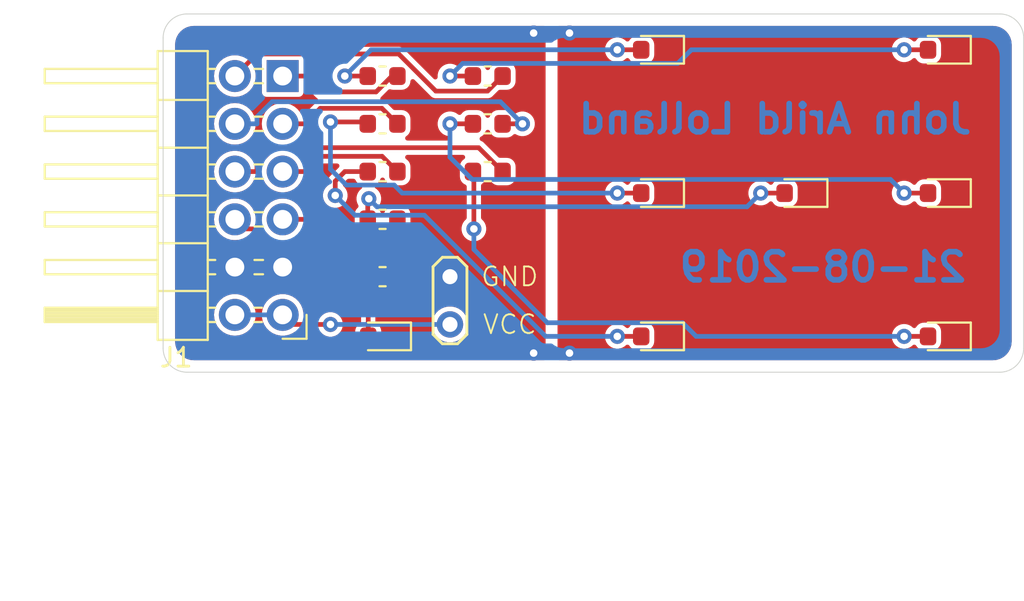
<source format=kicad_pcb>
(kicad_pcb (version 20171130) (host pcbnew "(5.1.2)-2")

  (general
    (thickness 1.6)
    (drawings 12)
    (tracks 118)
    (zones 0)
    (modules 18)
    (nets 19)
  )

  (page A4)
  (layers
    (0 F.Cu signal)
    (31 B.Cu signal)
    (32 B.Adhes user)
    (33 F.Adhes user)
    (34 B.Paste user)
    (35 F.Paste user)
    (36 B.SilkS user)
    (37 F.SilkS user)
    (38 B.Mask user)
    (39 F.Mask user)
    (40 Dwgs.User user)
    (41 Cmts.User user)
    (42 Eco1.User user)
    (43 Eco2.User user)
    (44 Edge.Cuts user)
    (45 Margin user)
    (46 B.CrtYd user)
    (47 F.CrtYd user)
    (48 B.Fab user)
    (49 F.Fab user)
  )

  (setup
    (last_trace_width 0.25)
    (trace_clearance 0.2)
    (zone_clearance 0.254)
    (zone_45_only no)
    (trace_min 0.2)
    (via_size 0.8)
    (via_drill 0.4)
    (via_min_size 0.4)
    (via_min_drill 0.3)
    (uvia_size 0.3)
    (uvia_drill 0.1)
    (uvias_allowed no)
    (uvia_min_size 0.2)
    (uvia_min_drill 0.1)
    (edge_width 0.05)
    (segment_width 0.2)
    (pcb_text_width 0.3)
    (pcb_text_size 1.5 1.5)
    (mod_edge_width 0.12)
    (mod_text_size 1 1)
    (mod_text_width 0.15)
    (pad_size 1.524 1.524)
    (pad_drill 0.762)
    (pad_to_mask_clearance 0.051)
    (solder_mask_min_width 0.25)
    (aux_axis_origin 0 0)
    (visible_elements FFFFFF7F)
    (pcbplotparams
      (layerselection 0x010fc_ffffffff)
      (usegerberextensions false)
      (usegerberattributes false)
      (usegerberadvancedattributes false)
      (creategerberjobfile false)
      (excludeedgelayer true)
      (linewidth 0.100000)
      (plotframeref false)
      (viasonmask false)
      (mode 1)
      (useauxorigin false)
      (hpglpennumber 1)
      (hpglpenspeed 20)
      (hpglpendiameter 15.000000)
      (psnegative false)
      (psa4output false)
      (plotreference true)
      (plotvalue true)
      (plotinvisibletext false)
      (padsonsilk false)
      (subtractmaskfromsilk false)
      (outputformat 1)
      (mirror false)
      (drillshape 1)
      (scaleselection 1)
      (outputdirectory ""))
  )

  (net 0 "")
  (net 1 GNDREF)
  (net 2 "Net-(D1-Pad2)")
  (net 3 "Net-(D2-Pad2)")
  (net 4 "Net-(D3-Pad2)")
  (net 5 "Net-(D4-Pad2)")
  (net 6 "Net-(D5-Pad2)")
  (net 7 "Net-(D6-Pad2)")
  (net 8 "Net-(D7-Pad2)")
  (net 9 "Net-(D8-Pad2)")
  (net 10 /VCC)
  (net 11 /LED3)
  (net 12 /LED7)
  (net 13 /LED2)
  (net 14 /LED6)
  (net 15 /LED1)
  (net 16 /LED5)
  (net 17 /LED0)
  (net 18 /LED4)

  (net_class Default "This is the default net class."
    (clearance 0.2)
    (trace_width 0.25)
    (via_dia 0.8)
    (via_drill 0.4)
    (uvia_dia 0.3)
    (uvia_drill 0.1)
    (add_net /LED0)
    (add_net /LED1)
    (add_net /LED2)
    (add_net /LED3)
    (add_net /LED4)
    (add_net /LED5)
    (add_net /LED6)
    (add_net /LED7)
    (add_net /VCC)
    (add_net GNDREF)
    (add_net "Net-(D1-Pad2)")
    (add_net "Net-(D2-Pad2)")
    (add_net "Net-(D3-Pad2)")
    (add_net "Net-(D4-Pad2)")
    (add_net "Net-(D5-Pad2)")
    (add_net "Net-(D6-Pad2)")
    (add_net "Net-(D7-Pad2)")
    (add_net "Net-(D8-Pad2)")
  )

  (module TestPoint:TestPoint_2Pads_Pitch2.54mm_Drill0.8mm (layer F.Cu) (tedit 5A0F774F) (tstamp 5D5CFEB4)
    (at 36.83 30.48 90)
    (descr "Test point with 2 pins, pitch 2.54mm, drill diameter 0.8mm")
    (tags "CONN DEV")
    (attr virtual)
    (fp_text reference REF** (at 1.3 -2 90) (layer F.SilkS) hide
      (effects (font (size 1 1) (thickness 0.15)))
    )
    (fp_text value TestPoint_2Pads_Pitch2.54mm_Drill0.8mm (at 1.27 2 90) (layer F.Fab)
      (effects (font (size 1 1) (thickness 0.15)))
    )
    (fp_line (start -1.03 -0.4) (end -0.53 -0.9) (layer F.SilkS) (width 0.15))
    (fp_line (start -1.03 0.4) (end -1.03 -0.4) (layer F.SilkS) (width 0.15))
    (fp_line (start -0.53 0.9) (end -1.03 0.4) (layer F.SilkS) (width 0.15))
    (fp_line (start 3.07 0.9) (end -0.53 0.9) (layer F.SilkS) (width 0.15))
    (fp_line (start 3.57 0.4) (end 3.07 0.9) (layer F.SilkS) (width 0.15))
    (fp_line (start 3.57 -0.4) (end 3.57 0.4) (layer F.SilkS) (width 0.15))
    (fp_line (start 3.07 -0.9) (end 3.57 -0.4) (layer F.SilkS) (width 0.15))
    (fp_line (start -0.53 -0.9) (end 3.07 -0.9) (layer F.SilkS) (width 0.15))
    (fp_line (start -1.3 0.5) (end -0.65 1.15) (layer F.CrtYd) (width 0.05))
    (fp_line (start -1.3 -0.5) (end -1.3 0.5) (layer F.CrtYd) (width 0.05))
    (fp_line (start -0.65 -1.15) (end -1.3 -0.5) (layer F.CrtYd) (width 0.05))
    (fp_line (start 3.15 -1.15) (end -0.65 -1.15) (layer F.CrtYd) (width 0.05))
    (fp_line (start 3.8 -0.5) (end 3.15 -1.15) (layer F.CrtYd) (width 0.05))
    (fp_line (start 3.8 0.5) (end 3.8 -0.5) (layer F.CrtYd) (width 0.05))
    (fp_line (start 3.15 1.15) (end 3.8 0.5) (layer F.CrtYd) (width 0.05))
    (fp_line (start -0.65 1.15) (end 3.15 1.15) (layer F.CrtYd) (width 0.05))
    (fp_text user %R (at 1.3 -2 90) (layer F.Fab)
      (effects (font (size 1 1) (thickness 0.15)))
    )
    (pad 2 thru_hole circle (at 2.54 0 90) (size 1.4 1.4) (drill 0.8) (layers *.Cu *.Mask)
      (net 1 GNDREF))
    (pad 1 thru_hole circle (at 0 0 90) (size 1.4 1.4) (drill 0.8) (layers *.Cu *.Mask)
      (net 10 /VCC))
  )

  (module LED_SMD:LED_0603_1608Metric (layer F.Cu) (tedit 5B301BBE) (tstamp 5D5CD593)
    (at 47.7775 15.875 180)
    (descr "LED SMD 0603 (1608 Metric), square (rectangular) end terminal, IPC_7351 nominal, (Body size source: http://www.tortai-tech.com/upload/download/2011102023233369053.pdf), generated with kicad-footprint-generator")
    (tags diode)
    (path /5D5CBD19)
    (attr smd)
    (fp_text reference D1 (at 0 -1.43) (layer F.SilkS) hide
      (effects (font (size 1 1) (thickness 0.15)))
    )
    (fp_text value LED (at 0 1.43) (layer F.Fab)
      (effects (font (size 1 1) (thickness 0.15)))
    )
    (fp_line (start 0.8 -0.4) (end -0.5 -0.4) (layer F.Fab) (width 0.1))
    (fp_line (start -0.5 -0.4) (end -0.8 -0.1) (layer F.Fab) (width 0.1))
    (fp_line (start -0.8 -0.1) (end -0.8 0.4) (layer F.Fab) (width 0.1))
    (fp_line (start -0.8 0.4) (end 0.8 0.4) (layer F.Fab) (width 0.1))
    (fp_line (start 0.8 0.4) (end 0.8 -0.4) (layer F.Fab) (width 0.1))
    (fp_line (start 0.8 -0.735) (end -1.485 -0.735) (layer F.SilkS) (width 0.12))
    (fp_line (start -1.485 -0.735) (end -1.485 0.735) (layer F.SilkS) (width 0.12))
    (fp_line (start -1.485 0.735) (end 0.8 0.735) (layer F.SilkS) (width 0.12))
    (fp_line (start -1.48 0.73) (end -1.48 -0.73) (layer F.CrtYd) (width 0.05))
    (fp_line (start -1.48 -0.73) (end 1.48 -0.73) (layer F.CrtYd) (width 0.05))
    (fp_line (start 1.48 -0.73) (end 1.48 0.73) (layer F.CrtYd) (width 0.05))
    (fp_line (start 1.48 0.73) (end -1.48 0.73) (layer F.CrtYd) (width 0.05))
    (fp_text user %R (at 0 0) (layer F.Fab)
      (effects (font (size 0.4 0.4) (thickness 0.06)))
    )
    (pad 1 smd roundrect (at -0.7875 0 180) (size 0.875 0.95) (layers F.Cu F.Paste F.Mask) (roundrect_rratio 0.25)
      (net 1 GNDREF))
    (pad 2 smd roundrect (at 0.7875 0 180) (size 0.875 0.95) (layers F.Cu F.Paste F.Mask) (roundrect_rratio 0.25)
      (net 2 "Net-(D1-Pad2)"))
    (model ${KISYS3DMOD}/LED_SMD.3dshapes/LED_0603_1608Metric.wrl
      (at (xyz 0 0 0))
      (scale (xyz 1 1 1))
      (rotate (xyz 0 0 0))
    )
  )

  (module LED_SMD:LED_0603_1608Metric (layer F.Cu) (tedit 5B301BBE) (tstamp 5D5CD5A6)
    (at 47.7775 23.495 180)
    (descr "LED SMD 0603 (1608 Metric), square (rectangular) end terminal, IPC_7351 nominal, (Body size source: http://www.tortai-tech.com/upload/download/2011102023233369053.pdf), generated with kicad-footprint-generator")
    (tags diode)
    (path /5D5D3549)
    (attr smd)
    (fp_text reference D2 (at 0 -1.43) (layer F.SilkS) hide
      (effects (font (size 1 1) (thickness 0.15)))
    )
    (fp_text value LED (at 0 1.43) (layer F.Fab)
      (effects (font (size 1 1) (thickness 0.15)))
    )
    (fp_text user %R (at 0 0) (layer F.Fab)
      (effects (font (size 0.4 0.4) (thickness 0.06)))
    )
    (fp_line (start 1.48 0.73) (end -1.48 0.73) (layer F.CrtYd) (width 0.05))
    (fp_line (start 1.48 -0.73) (end 1.48 0.73) (layer F.CrtYd) (width 0.05))
    (fp_line (start -1.48 -0.73) (end 1.48 -0.73) (layer F.CrtYd) (width 0.05))
    (fp_line (start -1.48 0.73) (end -1.48 -0.73) (layer F.CrtYd) (width 0.05))
    (fp_line (start -1.485 0.735) (end 0.8 0.735) (layer F.SilkS) (width 0.12))
    (fp_line (start -1.485 -0.735) (end -1.485 0.735) (layer F.SilkS) (width 0.12))
    (fp_line (start 0.8 -0.735) (end -1.485 -0.735) (layer F.SilkS) (width 0.12))
    (fp_line (start 0.8 0.4) (end 0.8 -0.4) (layer F.Fab) (width 0.1))
    (fp_line (start -0.8 0.4) (end 0.8 0.4) (layer F.Fab) (width 0.1))
    (fp_line (start -0.8 -0.1) (end -0.8 0.4) (layer F.Fab) (width 0.1))
    (fp_line (start -0.5 -0.4) (end -0.8 -0.1) (layer F.Fab) (width 0.1))
    (fp_line (start 0.8 -0.4) (end -0.5 -0.4) (layer F.Fab) (width 0.1))
    (pad 2 smd roundrect (at 0.7875 0 180) (size 0.875 0.95) (layers F.Cu F.Paste F.Mask) (roundrect_rratio 0.25)
      (net 3 "Net-(D2-Pad2)"))
    (pad 1 smd roundrect (at -0.7875 0 180) (size 0.875 0.95) (layers F.Cu F.Paste F.Mask) (roundrect_rratio 0.25)
      (net 1 GNDREF))
    (model ${KISYS3DMOD}/LED_SMD.3dshapes/LED_0603_1608Metric.wrl
      (at (xyz 0 0 0))
      (scale (xyz 1 1 1))
      (rotate (xyz 0 0 0))
    )
  )

  (module LED_SMD:LED_0603_1608Metric (layer F.Cu) (tedit 5B301BBE) (tstamp 5D5CD5B9)
    (at 47.7775 31.115 180)
    (descr "LED SMD 0603 (1608 Metric), square (rectangular) end terminal, IPC_7351 nominal, (Body size source: http://www.tortai-tech.com/upload/download/2011102023233369053.pdf), generated with kicad-footprint-generator")
    (tags diode)
    (path /5D5D3EE1)
    (attr smd)
    (fp_text reference D3 (at 0 -1.43) (layer F.SilkS) hide
      (effects (font (size 1 1) (thickness 0.15)))
    )
    (fp_text value LED (at 0 1.43) (layer F.Fab)
      (effects (font (size 1 1) (thickness 0.15)))
    )
    (fp_text user %R (at 0 0) (layer F.Fab)
      (effects (font (size 0.4 0.4) (thickness 0.06)))
    )
    (fp_line (start 1.48 0.73) (end -1.48 0.73) (layer F.CrtYd) (width 0.05))
    (fp_line (start 1.48 -0.73) (end 1.48 0.73) (layer F.CrtYd) (width 0.05))
    (fp_line (start -1.48 -0.73) (end 1.48 -0.73) (layer F.CrtYd) (width 0.05))
    (fp_line (start -1.48 0.73) (end -1.48 -0.73) (layer F.CrtYd) (width 0.05))
    (fp_line (start -1.485 0.735) (end 0.8 0.735) (layer F.SilkS) (width 0.12))
    (fp_line (start -1.485 -0.735) (end -1.485 0.735) (layer F.SilkS) (width 0.12))
    (fp_line (start 0.8 -0.735) (end -1.485 -0.735) (layer F.SilkS) (width 0.12))
    (fp_line (start 0.8 0.4) (end 0.8 -0.4) (layer F.Fab) (width 0.1))
    (fp_line (start -0.8 0.4) (end 0.8 0.4) (layer F.Fab) (width 0.1))
    (fp_line (start -0.8 -0.1) (end -0.8 0.4) (layer F.Fab) (width 0.1))
    (fp_line (start -0.5 -0.4) (end -0.8 -0.1) (layer F.Fab) (width 0.1))
    (fp_line (start 0.8 -0.4) (end -0.5 -0.4) (layer F.Fab) (width 0.1))
    (pad 2 smd roundrect (at 0.7875 0 180) (size 0.875 0.95) (layers F.Cu F.Paste F.Mask) (roundrect_rratio 0.25)
      (net 4 "Net-(D3-Pad2)"))
    (pad 1 smd roundrect (at -0.7875 0 180) (size 0.875 0.95) (layers F.Cu F.Paste F.Mask) (roundrect_rratio 0.25)
      (net 1 GNDREF))
    (model ${KISYS3DMOD}/LED_SMD.3dshapes/LED_0603_1608Metric.wrl
      (at (xyz 0 0 0))
      (scale (xyz 1 1 1))
      (rotate (xyz 0 0 0))
    )
  )

  (module LED_SMD:LED_0603_1608Metric (layer F.Cu) (tedit 5B301BBE) (tstamp 5D5CD5CC)
    (at 55.3975 23.495 180)
    (descr "LED SMD 0603 (1608 Metric), square (rectangular) end terminal, IPC_7351 nominal, (Body size source: http://www.tortai-tech.com/upload/download/2011102023233369053.pdf), generated with kicad-footprint-generator")
    (tags diode)
    (path /5D5D4A4A)
    (attr smd)
    (fp_text reference D4 (at 0 -1.43) (layer F.SilkS) hide
      (effects (font (size 1 1) (thickness 0.15)))
    )
    (fp_text value LED (at 0 1.43) (layer F.Fab)
      (effects (font (size 1 1) (thickness 0.15)))
    )
    (fp_line (start 0.8 -0.4) (end -0.5 -0.4) (layer F.Fab) (width 0.1))
    (fp_line (start -0.5 -0.4) (end -0.8 -0.1) (layer F.Fab) (width 0.1))
    (fp_line (start -0.8 -0.1) (end -0.8 0.4) (layer F.Fab) (width 0.1))
    (fp_line (start -0.8 0.4) (end 0.8 0.4) (layer F.Fab) (width 0.1))
    (fp_line (start 0.8 0.4) (end 0.8 -0.4) (layer F.Fab) (width 0.1))
    (fp_line (start 0.8 -0.735) (end -1.485 -0.735) (layer F.SilkS) (width 0.12))
    (fp_line (start -1.485 -0.735) (end -1.485 0.735) (layer F.SilkS) (width 0.12))
    (fp_line (start -1.485 0.735) (end 0.8 0.735) (layer F.SilkS) (width 0.12))
    (fp_line (start -1.48 0.73) (end -1.48 -0.73) (layer F.CrtYd) (width 0.05))
    (fp_line (start -1.48 -0.73) (end 1.48 -0.73) (layer F.CrtYd) (width 0.05))
    (fp_line (start 1.48 -0.73) (end 1.48 0.73) (layer F.CrtYd) (width 0.05))
    (fp_line (start 1.48 0.73) (end -1.48 0.73) (layer F.CrtYd) (width 0.05))
    (fp_text user %R (at 0 0) (layer F.Fab)
      (effects (font (size 0.4 0.4) (thickness 0.06)))
    )
    (pad 1 smd roundrect (at -0.7875 0 180) (size 0.875 0.95) (layers F.Cu F.Paste F.Mask) (roundrect_rratio 0.25)
      (net 1 GNDREF))
    (pad 2 smd roundrect (at 0.7875 0 180) (size 0.875 0.95) (layers F.Cu F.Paste F.Mask) (roundrect_rratio 0.25)
      (net 5 "Net-(D4-Pad2)"))
    (model ${KISYS3DMOD}/LED_SMD.3dshapes/LED_0603_1608Metric.wrl
      (at (xyz 0 0 0))
      (scale (xyz 1 1 1))
      (rotate (xyz 0 0 0))
    )
  )

  (module LED_SMD:LED_0603_1608Metric (layer F.Cu) (tedit 5B301BBE) (tstamp 5D5CD5DF)
    (at 63.0175 15.875 180)
    (descr "LED SMD 0603 (1608 Metric), square (rectangular) end terminal, IPC_7351 nominal, (Body size source: http://www.tortai-tech.com/upload/download/2011102023233369053.pdf), generated with kicad-footprint-generator")
    (tags diode)
    (path /5D5D5CA8)
    (attr smd)
    (fp_text reference D5 (at 0 -1.43) (layer F.SilkS) hide
      (effects (font (size 1 1) (thickness 0.15)))
    )
    (fp_text value LED (at 0 1.43) (layer F.Fab)
      (effects (font (size 1 1) (thickness 0.15)))
    )
    (fp_text user %R (at 0 0) (layer F.Fab)
      (effects (font (size 0.4 0.4) (thickness 0.06)))
    )
    (fp_line (start 1.48 0.73) (end -1.48 0.73) (layer F.CrtYd) (width 0.05))
    (fp_line (start 1.48 -0.73) (end 1.48 0.73) (layer F.CrtYd) (width 0.05))
    (fp_line (start -1.48 -0.73) (end 1.48 -0.73) (layer F.CrtYd) (width 0.05))
    (fp_line (start -1.48 0.73) (end -1.48 -0.73) (layer F.CrtYd) (width 0.05))
    (fp_line (start -1.485 0.735) (end 0.8 0.735) (layer F.SilkS) (width 0.12))
    (fp_line (start -1.485 -0.735) (end -1.485 0.735) (layer F.SilkS) (width 0.12))
    (fp_line (start 0.8 -0.735) (end -1.485 -0.735) (layer F.SilkS) (width 0.12))
    (fp_line (start 0.8 0.4) (end 0.8 -0.4) (layer F.Fab) (width 0.1))
    (fp_line (start -0.8 0.4) (end 0.8 0.4) (layer F.Fab) (width 0.1))
    (fp_line (start -0.8 -0.1) (end -0.8 0.4) (layer F.Fab) (width 0.1))
    (fp_line (start -0.5 -0.4) (end -0.8 -0.1) (layer F.Fab) (width 0.1))
    (fp_line (start 0.8 -0.4) (end -0.5 -0.4) (layer F.Fab) (width 0.1))
    (pad 2 smd roundrect (at 0.7875 0 180) (size 0.875 0.95) (layers F.Cu F.Paste F.Mask) (roundrect_rratio 0.25)
      (net 6 "Net-(D5-Pad2)"))
    (pad 1 smd roundrect (at -0.7875 0 180) (size 0.875 0.95) (layers F.Cu F.Paste F.Mask) (roundrect_rratio 0.25)
      (net 1 GNDREF))
    (model ${KISYS3DMOD}/LED_SMD.3dshapes/LED_0603_1608Metric.wrl
      (at (xyz 0 0 0))
      (scale (xyz 1 1 1))
      (rotate (xyz 0 0 0))
    )
  )

  (module LED_SMD:LED_0603_1608Metric (layer F.Cu) (tedit 5B301BBE) (tstamp 5D5CD5F2)
    (at 63.0175 23.495 180)
    (descr "LED SMD 0603 (1608 Metric), square (rectangular) end terminal, IPC_7351 nominal, (Body size source: http://www.tortai-tech.com/upload/download/2011102023233369053.pdf), generated with kicad-footprint-generator")
    (tags diode)
    (path /5D5D6DAF)
    (attr smd)
    (fp_text reference D6 (at 0 -1.43) (layer F.SilkS) hide
      (effects (font (size 1 1) (thickness 0.15)))
    )
    (fp_text value LED (at 0 1.43) (layer F.Fab)
      (effects (font (size 1 1) (thickness 0.15)))
    )
    (fp_line (start 0.8 -0.4) (end -0.5 -0.4) (layer F.Fab) (width 0.1))
    (fp_line (start -0.5 -0.4) (end -0.8 -0.1) (layer F.Fab) (width 0.1))
    (fp_line (start -0.8 -0.1) (end -0.8 0.4) (layer F.Fab) (width 0.1))
    (fp_line (start -0.8 0.4) (end 0.8 0.4) (layer F.Fab) (width 0.1))
    (fp_line (start 0.8 0.4) (end 0.8 -0.4) (layer F.Fab) (width 0.1))
    (fp_line (start 0.8 -0.735) (end -1.485 -0.735) (layer F.SilkS) (width 0.12))
    (fp_line (start -1.485 -0.735) (end -1.485 0.735) (layer F.SilkS) (width 0.12))
    (fp_line (start -1.485 0.735) (end 0.8 0.735) (layer F.SilkS) (width 0.12))
    (fp_line (start -1.48 0.73) (end -1.48 -0.73) (layer F.CrtYd) (width 0.05))
    (fp_line (start -1.48 -0.73) (end 1.48 -0.73) (layer F.CrtYd) (width 0.05))
    (fp_line (start 1.48 -0.73) (end 1.48 0.73) (layer F.CrtYd) (width 0.05))
    (fp_line (start 1.48 0.73) (end -1.48 0.73) (layer F.CrtYd) (width 0.05))
    (fp_text user %R (at 0 0) (layer F.Fab)
      (effects (font (size 0.4 0.4) (thickness 0.06)))
    )
    (pad 1 smd roundrect (at -0.7875 0 180) (size 0.875 0.95) (layers F.Cu F.Paste F.Mask) (roundrect_rratio 0.25)
      (net 1 GNDREF))
    (pad 2 smd roundrect (at 0.7875 0 180) (size 0.875 0.95) (layers F.Cu F.Paste F.Mask) (roundrect_rratio 0.25)
      (net 7 "Net-(D6-Pad2)"))
    (model ${KISYS3DMOD}/LED_SMD.3dshapes/LED_0603_1608Metric.wrl
      (at (xyz 0 0 0))
      (scale (xyz 1 1 1))
      (rotate (xyz 0 0 0))
    )
  )

  (module LED_SMD:LED_0603_1608Metric (layer F.Cu) (tedit 5B301BBE) (tstamp 5D5CD605)
    (at 63.0175 31.115 180)
    (descr "LED SMD 0603 (1608 Metric), square (rectangular) end terminal, IPC_7351 nominal, (Body size source: http://www.tortai-tech.com/upload/download/2011102023233369053.pdf), generated with kicad-footprint-generator")
    (tags diode)
    (path /5D5D80C3)
    (attr smd)
    (fp_text reference D7 (at 0 -1.43) (layer F.SilkS) hide
      (effects (font (size 1 1) (thickness 0.15)))
    )
    (fp_text value LED (at 0 1.43) (layer F.Fab)
      (effects (font (size 1 1) (thickness 0.15)))
    )
    (fp_line (start 0.8 -0.4) (end -0.5 -0.4) (layer F.Fab) (width 0.1))
    (fp_line (start -0.5 -0.4) (end -0.8 -0.1) (layer F.Fab) (width 0.1))
    (fp_line (start -0.8 -0.1) (end -0.8 0.4) (layer F.Fab) (width 0.1))
    (fp_line (start -0.8 0.4) (end 0.8 0.4) (layer F.Fab) (width 0.1))
    (fp_line (start 0.8 0.4) (end 0.8 -0.4) (layer F.Fab) (width 0.1))
    (fp_line (start 0.8 -0.735) (end -1.485 -0.735) (layer F.SilkS) (width 0.12))
    (fp_line (start -1.485 -0.735) (end -1.485 0.735) (layer F.SilkS) (width 0.12))
    (fp_line (start -1.485 0.735) (end 0.8 0.735) (layer F.SilkS) (width 0.12))
    (fp_line (start -1.48 0.73) (end -1.48 -0.73) (layer F.CrtYd) (width 0.05))
    (fp_line (start -1.48 -0.73) (end 1.48 -0.73) (layer F.CrtYd) (width 0.05))
    (fp_line (start 1.48 -0.73) (end 1.48 0.73) (layer F.CrtYd) (width 0.05))
    (fp_line (start 1.48 0.73) (end -1.48 0.73) (layer F.CrtYd) (width 0.05))
    (fp_text user %R (at 0 0) (layer F.Fab)
      (effects (font (size 0.4 0.4) (thickness 0.06)))
    )
    (pad 1 smd roundrect (at -0.7875 0 180) (size 0.875 0.95) (layers F.Cu F.Paste F.Mask) (roundrect_rratio 0.25)
      (net 1 GNDREF))
    (pad 2 smd roundrect (at 0.7875 0 180) (size 0.875 0.95) (layers F.Cu F.Paste F.Mask) (roundrect_rratio 0.25)
      (net 8 "Net-(D7-Pad2)"))
    (model ${KISYS3DMOD}/LED_SMD.3dshapes/LED_0603_1608Metric.wrl
      (at (xyz 0 0 0))
      (scale (xyz 1 1 1))
      (rotate (xyz 0 0 0))
    )
  )

  (module LED_SMD:LED_0603_1608Metric (layer F.Cu) (tedit 5B301BBE) (tstamp 5D5CD618)
    (at 33.274 31.115 180)
    (descr "LED SMD 0603 (1608 Metric), square (rectangular) end terminal, IPC_7351 nominal, (Body size source: http://www.tortai-tech.com/upload/download/2011102023233369053.pdf), generated with kicad-footprint-generator")
    (tags diode)
    (path /5D5D933B)
    (attr smd)
    (fp_text reference D8 (at 0 -1.43) (layer F.SilkS) hide
      (effects (font (size 1 1) (thickness 0.15)))
    )
    (fp_text value LED (at 0 1.43) (layer F.Fab)
      (effects (font (size 1 1) (thickness 0.15)))
    )
    (fp_text user %R (at 0 0) (layer F.Fab)
      (effects (font (size 0.4 0.4) (thickness 0.06)))
    )
    (fp_line (start 1.48 0.73) (end -1.48 0.73) (layer F.CrtYd) (width 0.05))
    (fp_line (start 1.48 -0.73) (end 1.48 0.73) (layer F.CrtYd) (width 0.05))
    (fp_line (start -1.48 -0.73) (end 1.48 -0.73) (layer F.CrtYd) (width 0.05))
    (fp_line (start -1.48 0.73) (end -1.48 -0.73) (layer F.CrtYd) (width 0.05))
    (fp_line (start -1.485 0.735) (end 0.8 0.735) (layer F.SilkS) (width 0.12))
    (fp_line (start -1.485 -0.735) (end -1.485 0.735) (layer F.SilkS) (width 0.12))
    (fp_line (start 0.8 -0.735) (end -1.485 -0.735) (layer F.SilkS) (width 0.12))
    (fp_line (start 0.8 0.4) (end 0.8 -0.4) (layer F.Fab) (width 0.1))
    (fp_line (start -0.8 0.4) (end 0.8 0.4) (layer F.Fab) (width 0.1))
    (fp_line (start -0.8 -0.1) (end -0.8 0.4) (layer F.Fab) (width 0.1))
    (fp_line (start -0.5 -0.4) (end -0.8 -0.1) (layer F.Fab) (width 0.1))
    (fp_line (start 0.8 -0.4) (end -0.5 -0.4) (layer F.Fab) (width 0.1))
    (pad 2 smd roundrect (at 0.7875 0 180) (size 0.875 0.95) (layers F.Cu F.Paste F.Mask) (roundrect_rratio 0.25)
      (net 9 "Net-(D8-Pad2)"))
    (pad 1 smd roundrect (at -0.7875 0 180) (size 0.875 0.95) (layers F.Cu F.Paste F.Mask) (roundrect_rratio 0.25)
      (net 1 GNDREF))
    (model ${KISYS3DMOD}/LED_SMD.3dshapes/LED_0603_1608Metric.wrl
      (at (xyz 0 0 0))
      (scale (xyz 1 1 1))
      (rotate (xyz 0 0 0))
    )
  )

  (module pmod-dice2:PinHeader_2x06 (layer F.Cu) (tedit 5D5C73FC) (tstamp 5D5CD691)
    (at 27.94 29.972 180)
    (descr "Through hole angled pin header, 2x06, 2.54mm pitch, 6mm pin length, double rows")
    (tags "Through hole angled pin header THT 2x06 2.54mm double row")
    (path /5D5C7B0A)
    (fp_text reference J1 (at 5.655 -2.27) (layer F.SilkS)
      (effects (font (size 1 1) (thickness 0.15)))
    )
    (fp_text value Conn_02x06_Top_Bottom (at 5.655 14.97) (layer F.Fab)
      (effects (font (size 1 1) (thickness 0.15)))
    )
    (fp_line (start 4.675 -1.27) (end 6.58 -1.27) (layer F.Fab) (width 0.1))
    (fp_line (start 6.58 -1.27) (end 6.58 13.97) (layer F.Fab) (width 0.1))
    (fp_line (start 6.58 13.97) (end 4.04 13.97) (layer F.Fab) (width 0.1))
    (fp_line (start 4.04 13.97) (end 4.04 -0.635) (layer F.Fab) (width 0.1))
    (fp_line (start 4.04 -0.635) (end 4.675 -1.27) (layer F.Fab) (width 0.1))
    (fp_line (start -0.32 -0.32) (end 4.04 -0.32) (layer F.Fab) (width 0.1))
    (fp_line (start -0.32 -0.32) (end -0.32 0.32) (layer F.Fab) (width 0.1))
    (fp_line (start -0.32 0.32) (end 4.04 0.32) (layer F.Fab) (width 0.1))
    (fp_line (start 6.58 -0.32) (end 12.58 -0.32) (layer F.Fab) (width 0.1))
    (fp_line (start 12.58 -0.32) (end 12.58 0.32) (layer F.Fab) (width 0.1))
    (fp_line (start 6.58 0.32) (end 12.58 0.32) (layer F.Fab) (width 0.1))
    (fp_line (start -0.32 2.22) (end 4.04 2.22) (layer F.Fab) (width 0.1))
    (fp_line (start -0.32 2.22) (end -0.32 2.86) (layer F.Fab) (width 0.1))
    (fp_line (start -0.32 2.86) (end 4.04 2.86) (layer F.Fab) (width 0.1))
    (fp_line (start 6.58 2.22) (end 12.58 2.22) (layer F.Fab) (width 0.1))
    (fp_line (start 12.58 2.22) (end 12.58 2.86) (layer F.Fab) (width 0.1))
    (fp_line (start 6.58 2.86) (end 12.58 2.86) (layer F.Fab) (width 0.1))
    (fp_line (start -0.32 4.76) (end 4.04 4.76) (layer F.Fab) (width 0.1))
    (fp_line (start -0.32 4.76) (end -0.32 5.4) (layer F.Fab) (width 0.1))
    (fp_line (start -0.32 5.4) (end 4.04 5.4) (layer F.Fab) (width 0.1))
    (fp_line (start 6.58 4.76) (end 12.58 4.76) (layer F.Fab) (width 0.1))
    (fp_line (start 12.58 4.76) (end 12.58 5.4) (layer F.Fab) (width 0.1))
    (fp_line (start 6.58 5.4) (end 12.58 5.4) (layer F.Fab) (width 0.1))
    (fp_line (start -0.32 7.3) (end 4.04 7.3) (layer F.Fab) (width 0.1))
    (fp_line (start -0.32 7.3) (end -0.32 7.94) (layer F.Fab) (width 0.1))
    (fp_line (start -0.32 7.94) (end 4.04 7.94) (layer F.Fab) (width 0.1))
    (fp_line (start 6.58 7.3) (end 12.58 7.3) (layer F.Fab) (width 0.1))
    (fp_line (start 12.58 7.3) (end 12.58 7.94) (layer F.Fab) (width 0.1))
    (fp_line (start 6.58 7.94) (end 12.58 7.94) (layer F.Fab) (width 0.1))
    (fp_line (start -0.32 9.84) (end 4.04 9.84) (layer F.Fab) (width 0.1))
    (fp_line (start -0.32 9.84) (end -0.32 10.48) (layer F.Fab) (width 0.1))
    (fp_line (start -0.32 10.48) (end 4.04 10.48) (layer F.Fab) (width 0.1))
    (fp_line (start 6.58 9.84) (end 12.58 9.84) (layer F.Fab) (width 0.1))
    (fp_line (start 12.58 9.84) (end 12.58 10.48) (layer F.Fab) (width 0.1))
    (fp_line (start 6.58 10.48) (end 12.58 10.48) (layer F.Fab) (width 0.1))
    (fp_line (start -0.32 12.38) (end 4.04 12.38) (layer F.Fab) (width 0.1))
    (fp_line (start -0.32 12.38) (end -0.32 13.02) (layer F.Fab) (width 0.1))
    (fp_line (start -0.32 13.02) (end 4.04 13.02) (layer F.Fab) (width 0.1))
    (fp_line (start 6.58 12.38) (end 12.58 12.38) (layer F.Fab) (width 0.1))
    (fp_line (start 12.58 12.38) (end 12.58 13.02) (layer F.Fab) (width 0.1))
    (fp_line (start 6.58 13.02) (end 12.58 13.02) (layer F.Fab) (width 0.1))
    (fp_line (start 3.98 -1.33) (end 3.98 14.03) (layer F.SilkS) (width 0.12))
    (fp_line (start 3.98 14.03) (end 6.64 14.03) (layer F.SilkS) (width 0.12))
    (fp_line (start 6.64 14.03) (end 6.64 -1.33) (layer F.SilkS) (width 0.12))
    (fp_line (start 6.64 -1.33) (end 3.98 -1.33) (layer F.SilkS) (width 0.12))
    (fp_line (start 6.64 -0.38) (end 12.64 -0.38) (layer F.SilkS) (width 0.12))
    (fp_line (start 12.64 -0.38) (end 12.64 0.38) (layer F.SilkS) (width 0.12))
    (fp_line (start 12.64 0.38) (end 6.64 0.38) (layer F.SilkS) (width 0.12))
    (fp_line (start 6.64 -0.32) (end 12.64 -0.32) (layer F.SilkS) (width 0.12))
    (fp_line (start 6.64 -0.2) (end 12.64 -0.2) (layer F.SilkS) (width 0.12))
    (fp_line (start 6.64 -0.08) (end 12.64 -0.08) (layer F.SilkS) (width 0.12))
    (fp_line (start 6.64 0.04) (end 12.64 0.04) (layer F.SilkS) (width 0.12))
    (fp_line (start 6.64 0.16) (end 12.64 0.16) (layer F.SilkS) (width 0.12))
    (fp_line (start 6.64 0.28) (end 12.64 0.28) (layer F.SilkS) (width 0.12))
    (fp_line (start 3.582929 -0.38) (end 3.98 -0.38) (layer F.SilkS) (width 0.12))
    (fp_line (start 3.582929 0.38) (end 3.98 0.38) (layer F.SilkS) (width 0.12))
    (fp_line (start 1.11 -0.38) (end 1.497071 -0.38) (layer F.SilkS) (width 0.12))
    (fp_line (start 1.11 0.38) (end 1.497071 0.38) (layer F.SilkS) (width 0.12))
    (fp_line (start 3.98 1.27) (end 6.64 1.27) (layer F.SilkS) (width 0.12))
    (fp_line (start 6.64 2.16) (end 12.64 2.16) (layer F.SilkS) (width 0.12))
    (fp_line (start 12.64 2.16) (end 12.64 2.92) (layer F.SilkS) (width 0.12))
    (fp_line (start 12.64 2.92) (end 6.64 2.92) (layer F.SilkS) (width 0.12))
    (fp_line (start 3.582929 2.16) (end 3.98 2.16) (layer F.SilkS) (width 0.12))
    (fp_line (start 3.582929 2.92) (end 3.98 2.92) (layer F.SilkS) (width 0.12))
    (fp_line (start 1.042929 2.16) (end 1.497071 2.16) (layer F.SilkS) (width 0.12))
    (fp_line (start 1.042929 2.92) (end 1.497071 2.92) (layer F.SilkS) (width 0.12))
    (fp_line (start 3.98 3.81) (end 6.64 3.81) (layer F.SilkS) (width 0.12))
    (fp_line (start 6.64 4.7) (end 12.64 4.7) (layer F.SilkS) (width 0.12))
    (fp_line (start 12.64 4.7) (end 12.64 5.46) (layer F.SilkS) (width 0.12))
    (fp_line (start 12.64 5.46) (end 6.64 5.46) (layer F.SilkS) (width 0.12))
    (fp_line (start 3.582929 4.7) (end 3.98 4.7) (layer F.SilkS) (width 0.12))
    (fp_line (start 3.582929 5.46) (end 3.98 5.46) (layer F.SilkS) (width 0.12))
    (fp_line (start 1.042929 4.7) (end 1.497071 4.7) (layer F.SilkS) (width 0.12))
    (fp_line (start 1.042929 5.46) (end 1.497071 5.46) (layer F.SilkS) (width 0.12))
    (fp_line (start 3.98 6.35) (end 6.64 6.35) (layer F.SilkS) (width 0.12))
    (fp_line (start 6.64 7.24) (end 12.64 7.24) (layer F.SilkS) (width 0.12))
    (fp_line (start 12.64 7.24) (end 12.64 8) (layer F.SilkS) (width 0.12))
    (fp_line (start 12.64 8) (end 6.64 8) (layer F.SilkS) (width 0.12))
    (fp_line (start 3.582929 7.24) (end 3.98 7.24) (layer F.SilkS) (width 0.12))
    (fp_line (start 3.582929 8) (end 3.98 8) (layer F.SilkS) (width 0.12))
    (fp_line (start 1.042929 7.24) (end 1.497071 7.24) (layer F.SilkS) (width 0.12))
    (fp_line (start 1.042929 8) (end 1.497071 8) (layer F.SilkS) (width 0.12))
    (fp_line (start 3.98 8.89) (end 6.64 8.89) (layer F.SilkS) (width 0.12))
    (fp_line (start 6.64 9.78) (end 12.64 9.78) (layer F.SilkS) (width 0.12))
    (fp_line (start 12.64 9.78) (end 12.64 10.54) (layer F.SilkS) (width 0.12))
    (fp_line (start 12.64 10.54) (end 6.64 10.54) (layer F.SilkS) (width 0.12))
    (fp_line (start 3.582929 9.78) (end 3.98 9.78) (layer F.SilkS) (width 0.12))
    (fp_line (start 3.582929 10.54) (end 3.98 10.54) (layer F.SilkS) (width 0.12))
    (fp_line (start 1.042929 9.78) (end 1.497071 9.78) (layer F.SilkS) (width 0.12))
    (fp_line (start 1.042929 10.54) (end 1.497071 10.54) (layer F.SilkS) (width 0.12))
    (fp_line (start 3.98 11.43) (end 6.64 11.43) (layer F.SilkS) (width 0.12))
    (fp_line (start 6.64 12.32) (end 12.64 12.32) (layer F.SilkS) (width 0.12))
    (fp_line (start 12.64 12.32) (end 12.64 13.08) (layer F.SilkS) (width 0.12))
    (fp_line (start 12.64 13.08) (end 6.64 13.08) (layer F.SilkS) (width 0.12))
    (fp_line (start 3.582929 12.32) (end 3.98 12.32) (layer F.SilkS) (width 0.12))
    (fp_line (start 3.582929 13.08) (end 3.98 13.08) (layer F.SilkS) (width 0.12))
    (fp_line (start 1.042929 12.32) (end 1.497071 12.32) (layer F.SilkS) (width 0.12))
    (fp_line (start 1.042929 13.08) (end 1.497071 13.08) (layer F.SilkS) (width 0.12))
    (fp_line (start -1.27 0) (end -1.27 -1.27) (layer F.SilkS) (width 0.12))
    (fp_line (start -1.27 -1.27) (end 0 -1.27) (layer F.SilkS) (width 0.12))
    (fp_line (start -1.8 -1.8) (end -1.8 14.5) (layer F.CrtYd) (width 0.05))
    (fp_line (start -1.8 14.5) (end 13.1 14.5) (layer F.CrtYd) (width 0.05))
    (fp_line (start 13.1 14.5) (end 13.1 -1.8) (layer F.CrtYd) (width 0.05))
    (fp_line (start 13.1 -1.8) (end -1.8 -1.8) (layer F.CrtYd) (width 0.05))
    (fp_text user %R (at 5.31 6.35 90) (layer F.Fab)
      (effects (font (size 1 1) (thickness 0.15)))
    )
    (pad 6 thru_hole circle (at 0 0 180) (size 1.7 1.7) (drill 1) (layers *.Cu *.Mask)
      (net 10 /VCC))
    (pad 12 thru_hole oval (at 2.54 0 180) (size 1.7 1.7) (drill 1) (layers *.Cu *.Mask)
      (net 10 /VCC))
    (pad 5 thru_hole oval (at 0 2.54 180) (size 1.7 1.7) (drill 1) (layers *.Cu *.Mask)
      (net 1 GNDREF))
    (pad 11 thru_hole oval (at 2.54 2.54 180) (size 1.7 1.7) (drill 1) (layers *.Cu *.Mask)
      (net 1 GNDREF))
    (pad 4 thru_hole oval (at 0 5.08 180) (size 1.7 1.7) (drill 1) (layers *.Cu *.Mask)
      (net 11 /LED3))
    (pad 10 thru_hole oval (at 2.54 5.08 180) (size 1.7 1.7) (drill 1) (layers *.Cu *.Mask)
      (net 12 /LED7))
    (pad 3 thru_hole oval (at 0 7.62 180) (size 1.7 1.7) (drill 1) (layers *.Cu *.Mask)
      (net 13 /LED2))
    (pad 9 thru_hole oval (at 2.54 7.62 180) (size 1.7 1.7) (drill 1) (layers *.Cu *.Mask)
      (net 14 /LED6))
    (pad 2 thru_hole oval (at 0 10.16 180) (size 1.7 1.7) (drill 1) (layers *.Cu *.Mask)
      (net 15 /LED1))
    (pad 8 thru_hole oval (at 2.54 10.16 180) (size 1.7 1.7) (drill 1) (layers *.Cu *.Mask)
      (net 16 /LED5))
    (pad 1 thru_hole rect (at 0 12.7 180) (size 1.7 1.7) (drill 1) (layers *.Cu *.Mask)
      (net 17 /LED0))
    (pad 7 thru_hole oval (at 2.54 12.7 180) (size 1.7 1.7) (drill 1) (layers *.Cu *.Mask)
      (net 18 /LED4))
    (model ${KISYS3DMOD}/Connector_PinHeader_2.54mm.3dshapes/PinHeader_2x06_P2.54mm_Horizontal.wrl
      (at (xyz 0 0 0))
      (scale (xyz 1 1 1))
      (rotate (xyz 0 0 0))
    )
  )

  (module Resistor_SMD:R_0603_1608Metric (layer F.Cu) (tedit 5B301BBD) (tstamp 5D5CD6A2)
    (at 33.2485 17.272)
    (descr "Resistor SMD 0603 (1608 Metric), square (rectangular) end terminal, IPC_7351 nominal, (Body size source: http://www.tortai-tech.com/upload/download/2011102023233369053.pdf), generated with kicad-footprint-generator")
    (tags resistor)
    (path /5D5CB45A)
    (attr smd)
    (fp_text reference R1 (at -2.7685 0) (layer F.SilkS) hide
      (effects (font (size 1 1) (thickness 0.15)))
    )
    (fp_text value 390R (at 0 1.43) (layer F.Fab)
      (effects (font (size 1 1) (thickness 0.15)))
    )
    (fp_text user %R (at 0 0) (layer F.Fab)
      (effects (font (size 0.4 0.4) (thickness 0.06)))
    )
    (fp_line (start 1.48 0.73) (end -1.48 0.73) (layer F.CrtYd) (width 0.05))
    (fp_line (start 1.48 -0.73) (end 1.48 0.73) (layer F.CrtYd) (width 0.05))
    (fp_line (start -1.48 -0.73) (end 1.48 -0.73) (layer F.CrtYd) (width 0.05))
    (fp_line (start -1.48 0.73) (end -1.48 -0.73) (layer F.CrtYd) (width 0.05))
    (fp_line (start -0.162779 0.51) (end 0.162779 0.51) (layer F.SilkS) (width 0.12))
    (fp_line (start -0.162779 -0.51) (end 0.162779 -0.51) (layer F.SilkS) (width 0.12))
    (fp_line (start 0.8 0.4) (end -0.8 0.4) (layer F.Fab) (width 0.1))
    (fp_line (start 0.8 -0.4) (end 0.8 0.4) (layer F.Fab) (width 0.1))
    (fp_line (start -0.8 -0.4) (end 0.8 -0.4) (layer F.Fab) (width 0.1))
    (fp_line (start -0.8 0.4) (end -0.8 -0.4) (layer F.Fab) (width 0.1))
    (pad 2 smd roundrect (at 0.7875 0) (size 0.875 0.95) (layers F.Cu F.Paste F.Mask) (roundrect_rratio 0.25)
      (net 17 /LED0))
    (pad 1 smd roundrect (at -0.7875 0) (size 0.875 0.95) (layers F.Cu F.Paste F.Mask) (roundrect_rratio 0.25)
      (net 2 "Net-(D1-Pad2)"))
    (model ${KISYS3DMOD}/Resistor_SMD.3dshapes/R_0603_1608Metric.wrl
      (at (xyz 0 0 0))
      (scale (xyz 1 1 1))
      (rotate (xyz 0 0 0))
    )
  )

  (module Resistor_SMD:R_0603_1608Metric (layer F.Cu) (tedit 5B301BBD) (tstamp 5D5CD6B3)
    (at 33.2485 19.812)
    (descr "Resistor SMD 0603 (1608 Metric), square (rectangular) end terminal, IPC_7351 nominal, (Body size source: http://www.tortai-tech.com/upload/download/2011102023233369053.pdf), generated with kicad-footprint-generator")
    (tags resistor)
    (path /5D5D3543)
    (attr smd)
    (fp_text reference R2 (at -2.7685 0) (layer F.SilkS) hide
      (effects (font (size 1 1) (thickness 0.15)))
    )
    (fp_text value 390R (at 0 1.43) (layer F.Fab)
      (effects (font (size 1 1) (thickness 0.15)))
    )
    (fp_line (start -0.8 0.4) (end -0.8 -0.4) (layer F.Fab) (width 0.1))
    (fp_line (start -0.8 -0.4) (end 0.8 -0.4) (layer F.Fab) (width 0.1))
    (fp_line (start 0.8 -0.4) (end 0.8 0.4) (layer F.Fab) (width 0.1))
    (fp_line (start 0.8 0.4) (end -0.8 0.4) (layer F.Fab) (width 0.1))
    (fp_line (start -0.162779 -0.51) (end 0.162779 -0.51) (layer F.SilkS) (width 0.12))
    (fp_line (start -0.162779 0.51) (end 0.162779 0.51) (layer F.SilkS) (width 0.12))
    (fp_line (start -1.48 0.73) (end -1.48 -0.73) (layer F.CrtYd) (width 0.05))
    (fp_line (start -1.48 -0.73) (end 1.48 -0.73) (layer F.CrtYd) (width 0.05))
    (fp_line (start 1.48 -0.73) (end 1.48 0.73) (layer F.CrtYd) (width 0.05))
    (fp_line (start 1.48 0.73) (end -1.48 0.73) (layer F.CrtYd) (width 0.05))
    (fp_text user %R (at 0 0) (layer F.Fab)
      (effects (font (size 0.4 0.4) (thickness 0.06)))
    )
    (pad 1 smd roundrect (at -0.7875 0) (size 0.875 0.95) (layers F.Cu F.Paste F.Mask) (roundrect_rratio 0.25)
      (net 3 "Net-(D2-Pad2)"))
    (pad 2 smd roundrect (at 0.7875 0) (size 0.875 0.95) (layers F.Cu F.Paste F.Mask) (roundrect_rratio 0.25)
      (net 15 /LED1))
    (model ${KISYS3DMOD}/Resistor_SMD.3dshapes/R_0603_1608Metric.wrl
      (at (xyz 0 0 0))
      (scale (xyz 1 1 1))
      (rotate (xyz 0 0 0))
    )
  )

  (module Resistor_SMD:R_0603_1608Metric (layer F.Cu) (tedit 5B301BBD) (tstamp 5D5CD6C4)
    (at 33.2485 22.352)
    (descr "Resistor SMD 0603 (1608 Metric), square (rectangular) end terminal, IPC_7351 nominal, (Body size source: http://www.tortai-tech.com/upload/download/2011102023233369053.pdf), generated with kicad-footprint-generator")
    (tags resistor)
    (path /5D5D3EDB)
    (attr smd)
    (fp_text reference R3 (at -2.7685 0) (layer F.SilkS) hide
      (effects (font (size 1 1) (thickness 0.15)))
    )
    (fp_text value 390R (at 0 1.43) (layer F.Fab)
      (effects (font (size 1 1) (thickness 0.15)))
    )
    (fp_text user %R (at 0 0) (layer F.Fab)
      (effects (font (size 0.4 0.4) (thickness 0.06)))
    )
    (fp_line (start 1.48 0.73) (end -1.48 0.73) (layer F.CrtYd) (width 0.05))
    (fp_line (start 1.48 -0.73) (end 1.48 0.73) (layer F.CrtYd) (width 0.05))
    (fp_line (start -1.48 -0.73) (end 1.48 -0.73) (layer F.CrtYd) (width 0.05))
    (fp_line (start -1.48 0.73) (end -1.48 -0.73) (layer F.CrtYd) (width 0.05))
    (fp_line (start -0.162779 0.51) (end 0.162779 0.51) (layer F.SilkS) (width 0.12))
    (fp_line (start -0.162779 -0.51) (end 0.162779 -0.51) (layer F.SilkS) (width 0.12))
    (fp_line (start 0.8 0.4) (end -0.8 0.4) (layer F.Fab) (width 0.1))
    (fp_line (start 0.8 -0.4) (end 0.8 0.4) (layer F.Fab) (width 0.1))
    (fp_line (start -0.8 -0.4) (end 0.8 -0.4) (layer F.Fab) (width 0.1))
    (fp_line (start -0.8 0.4) (end -0.8 -0.4) (layer F.Fab) (width 0.1))
    (pad 2 smd roundrect (at 0.7875 0) (size 0.875 0.95) (layers F.Cu F.Paste F.Mask) (roundrect_rratio 0.25)
      (net 13 /LED2))
    (pad 1 smd roundrect (at -0.7875 0) (size 0.875 0.95) (layers F.Cu F.Paste F.Mask) (roundrect_rratio 0.25)
      (net 4 "Net-(D3-Pad2)"))
    (model ${KISYS3DMOD}/Resistor_SMD.3dshapes/R_0603_1608Metric.wrl
      (at (xyz 0 0 0))
      (scale (xyz 1 1 1))
      (rotate (xyz 0 0 0))
    )
  )

  (module Resistor_SMD:R_0603_1608Metric (layer F.Cu) (tedit 5B301BBD) (tstamp 5D5CD6D5)
    (at 33.2485 24.892)
    (descr "Resistor SMD 0603 (1608 Metric), square (rectangular) end terminal, IPC_7351 nominal, (Body size source: http://www.tortai-tech.com/upload/download/2011102023233369053.pdf), generated with kicad-footprint-generator")
    (tags resistor)
    (path /5D5D4A44)
    (attr smd)
    (fp_text reference R4 (at -2.7685 0) (layer F.SilkS) hide
      (effects (font (size 1 1) (thickness 0.15)))
    )
    (fp_text value 390R (at 0 1.43) (layer F.Fab)
      (effects (font (size 1 1) (thickness 0.15)))
    )
    (fp_line (start -0.8 0.4) (end -0.8 -0.4) (layer F.Fab) (width 0.1))
    (fp_line (start -0.8 -0.4) (end 0.8 -0.4) (layer F.Fab) (width 0.1))
    (fp_line (start 0.8 -0.4) (end 0.8 0.4) (layer F.Fab) (width 0.1))
    (fp_line (start 0.8 0.4) (end -0.8 0.4) (layer F.Fab) (width 0.1))
    (fp_line (start -0.162779 -0.51) (end 0.162779 -0.51) (layer F.SilkS) (width 0.12))
    (fp_line (start -0.162779 0.51) (end 0.162779 0.51) (layer F.SilkS) (width 0.12))
    (fp_line (start -1.48 0.73) (end -1.48 -0.73) (layer F.CrtYd) (width 0.05))
    (fp_line (start -1.48 -0.73) (end 1.48 -0.73) (layer F.CrtYd) (width 0.05))
    (fp_line (start 1.48 -0.73) (end 1.48 0.73) (layer F.CrtYd) (width 0.05))
    (fp_line (start 1.48 0.73) (end -1.48 0.73) (layer F.CrtYd) (width 0.05))
    (fp_text user %R (at 0 0) (layer F.Fab)
      (effects (font (size 0.4 0.4) (thickness 0.06)))
    )
    (pad 1 smd roundrect (at -0.7875 0) (size 0.875 0.95) (layers F.Cu F.Paste F.Mask) (roundrect_rratio 0.25)
      (net 5 "Net-(D4-Pad2)"))
    (pad 2 smd roundrect (at 0.7875 0) (size 0.875 0.95) (layers F.Cu F.Paste F.Mask) (roundrect_rratio 0.25)
      (net 11 /LED3))
    (model ${KISYS3DMOD}/Resistor_SMD.3dshapes/R_0603_1608Metric.wrl
      (at (xyz 0 0 0))
      (scale (xyz 1 1 1))
      (rotate (xyz 0 0 0))
    )
  )

  (module Resistor_SMD:R_0603_1608Metric (layer F.Cu) (tedit 5B301BBD) (tstamp 5D5CD6E6)
    (at 38.8365 17.272)
    (descr "Resistor SMD 0603 (1608 Metric), square (rectangular) end terminal, IPC_7351 nominal, (Body size source: http://www.tortai-tech.com/upload/download/2011102023233369053.pdf), generated with kicad-footprint-generator")
    (tags resistor)
    (path /5D5D5CA2)
    (attr smd)
    (fp_text reference R5 (at -2.7685 0) (layer F.SilkS) hide
      (effects (font (size 1 1) (thickness 0.15)))
    )
    (fp_text value 390R (at 0 1.43) (layer F.Fab)
      (effects (font (size 1 1) (thickness 0.15)))
    )
    (fp_text user %R (at 0 0) (layer F.Fab)
      (effects (font (size 0.4 0.4) (thickness 0.06)))
    )
    (fp_line (start 1.48 0.73) (end -1.48 0.73) (layer F.CrtYd) (width 0.05))
    (fp_line (start 1.48 -0.73) (end 1.48 0.73) (layer F.CrtYd) (width 0.05))
    (fp_line (start -1.48 -0.73) (end 1.48 -0.73) (layer F.CrtYd) (width 0.05))
    (fp_line (start -1.48 0.73) (end -1.48 -0.73) (layer F.CrtYd) (width 0.05))
    (fp_line (start -0.162779 0.51) (end 0.162779 0.51) (layer F.SilkS) (width 0.12))
    (fp_line (start -0.162779 -0.51) (end 0.162779 -0.51) (layer F.SilkS) (width 0.12))
    (fp_line (start 0.8 0.4) (end -0.8 0.4) (layer F.Fab) (width 0.1))
    (fp_line (start 0.8 -0.4) (end 0.8 0.4) (layer F.Fab) (width 0.1))
    (fp_line (start -0.8 -0.4) (end 0.8 -0.4) (layer F.Fab) (width 0.1))
    (fp_line (start -0.8 0.4) (end -0.8 -0.4) (layer F.Fab) (width 0.1))
    (pad 2 smd roundrect (at 0.7875 0) (size 0.875 0.95) (layers F.Cu F.Paste F.Mask) (roundrect_rratio 0.25)
      (net 18 /LED4))
    (pad 1 smd roundrect (at -0.7875 0) (size 0.875 0.95) (layers F.Cu F.Paste F.Mask) (roundrect_rratio 0.25)
      (net 6 "Net-(D5-Pad2)"))
    (model ${KISYS3DMOD}/Resistor_SMD.3dshapes/R_0603_1608Metric.wrl
      (at (xyz 0 0 0))
      (scale (xyz 1 1 1))
      (rotate (xyz 0 0 0))
    )
  )

  (module Resistor_SMD:R_0603_1608Metric (layer F.Cu) (tedit 5B301BBD) (tstamp 5D5CD6F7)
    (at 38.8365 19.812)
    (descr "Resistor SMD 0603 (1608 Metric), square (rectangular) end terminal, IPC_7351 nominal, (Body size source: http://www.tortai-tech.com/upload/download/2011102023233369053.pdf), generated with kicad-footprint-generator")
    (tags resistor)
    (path /5D5D6DA9)
    (attr smd)
    (fp_text reference R6 (at -2.7685 0) (layer F.SilkS) hide
      (effects (font (size 1 1) (thickness 0.15)))
    )
    (fp_text value 390R (at 0 1.43) (layer F.Fab)
      (effects (font (size 1 1) (thickness 0.15)))
    )
    (fp_line (start -0.8 0.4) (end -0.8 -0.4) (layer F.Fab) (width 0.1))
    (fp_line (start -0.8 -0.4) (end 0.8 -0.4) (layer F.Fab) (width 0.1))
    (fp_line (start 0.8 -0.4) (end 0.8 0.4) (layer F.Fab) (width 0.1))
    (fp_line (start 0.8 0.4) (end -0.8 0.4) (layer F.Fab) (width 0.1))
    (fp_line (start -0.162779 -0.51) (end 0.162779 -0.51) (layer F.SilkS) (width 0.12))
    (fp_line (start -0.162779 0.51) (end 0.162779 0.51) (layer F.SilkS) (width 0.12))
    (fp_line (start -1.48 0.73) (end -1.48 -0.73) (layer F.CrtYd) (width 0.05))
    (fp_line (start -1.48 -0.73) (end 1.48 -0.73) (layer F.CrtYd) (width 0.05))
    (fp_line (start 1.48 -0.73) (end 1.48 0.73) (layer F.CrtYd) (width 0.05))
    (fp_line (start 1.48 0.73) (end -1.48 0.73) (layer F.CrtYd) (width 0.05))
    (fp_text user %R (at 0 0) (layer F.Fab)
      (effects (font (size 0.4 0.4) (thickness 0.06)))
    )
    (pad 1 smd roundrect (at -0.7875 0) (size 0.875 0.95) (layers F.Cu F.Paste F.Mask) (roundrect_rratio 0.25)
      (net 7 "Net-(D6-Pad2)"))
    (pad 2 smd roundrect (at 0.7875 0) (size 0.875 0.95) (layers F.Cu F.Paste F.Mask) (roundrect_rratio 0.25)
      (net 16 /LED5))
    (model ${KISYS3DMOD}/Resistor_SMD.3dshapes/R_0603_1608Metric.wrl
      (at (xyz 0 0 0))
      (scale (xyz 1 1 1))
      (rotate (xyz 0 0 0))
    )
  )

  (module Resistor_SMD:R_0603_1608Metric (layer F.Cu) (tedit 5B301BBD) (tstamp 5D5CD708)
    (at 38.8365 22.352)
    (descr "Resistor SMD 0603 (1608 Metric), square (rectangular) end terminal, IPC_7351 nominal, (Body size source: http://www.tortai-tech.com/upload/download/2011102023233369053.pdf), generated with kicad-footprint-generator")
    (tags resistor)
    (path /5D5D80BD)
    (attr smd)
    (fp_text reference R7 (at -2.7685 0) (layer F.SilkS) hide
      (effects (font (size 1 1) (thickness 0.15)))
    )
    (fp_text value 390R (at 0 1.43) (layer F.Fab)
      (effects (font (size 1 1) (thickness 0.15)))
    )
    (fp_text user %R (at 0 0) (layer F.Fab)
      (effects (font (size 0.4 0.4) (thickness 0.06)))
    )
    (fp_line (start 1.48 0.73) (end -1.48 0.73) (layer F.CrtYd) (width 0.05))
    (fp_line (start 1.48 -0.73) (end 1.48 0.73) (layer F.CrtYd) (width 0.05))
    (fp_line (start -1.48 -0.73) (end 1.48 -0.73) (layer F.CrtYd) (width 0.05))
    (fp_line (start -1.48 0.73) (end -1.48 -0.73) (layer F.CrtYd) (width 0.05))
    (fp_line (start -0.162779 0.51) (end 0.162779 0.51) (layer F.SilkS) (width 0.12))
    (fp_line (start -0.162779 -0.51) (end 0.162779 -0.51) (layer F.SilkS) (width 0.12))
    (fp_line (start 0.8 0.4) (end -0.8 0.4) (layer F.Fab) (width 0.1))
    (fp_line (start 0.8 -0.4) (end 0.8 0.4) (layer F.Fab) (width 0.1))
    (fp_line (start -0.8 -0.4) (end 0.8 -0.4) (layer F.Fab) (width 0.1))
    (fp_line (start -0.8 0.4) (end -0.8 -0.4) (layer F.Fab) (width 0.1))
    (pad 2 smd roundrect (at 0.7875 0) (size 0.875 0.95) (layers F.Cu F.Paste F.Mask) (roundrect_rratio 0.25)
      (net 14 /LED6))
    (pad 1 smd roundrect (at -0.7875 0) (size 0.875 0.95) (layers F.Cu F.Paste F.Mask) (roundrect_rratio 0.25)
      (net 8 "Net-(D7-Pad2)"))
    (model ${KISYS3DMOD}/Resistor_SMD.3dshapes/R_0603_1608Metric.wrl
      (at (xyz 0 0 0))
      (scale (xyz 1 1 1))
      (rotate (xyz 0 0 0))
    )
  )

  (module Resistor_SMD:R_0603_1608Metric (layer F.Cu) (tedit 5B301BBD) (tstamp 5D5CD719)
    (at 33.2485 27.94)
    (descr "Resistor SMD 0603 (1608 Metric), square (rectangular) end terminal, IPC_7351 nominal, (Body size source: http://www.tortai-tech.com/upload/download/2011102023233369053.pdf), generated with kicad-footprint-generator")
    (tags resistor)
    (path /5D5D9335)
    (attr smd)
    (fp_text reference R8 (at -2.7685 0) (layer F.SilkS) hide
      (effects (font (size 1 1) (thickness 0.15)))
    )
    (fp_text value 390R (at 0 1.43) (layer F.Fab)
      (effects (font (size 1 1) (thickness 0.15)))
    )
    (fp_line (start -0.8 0.4) (end -0.8 -0.4) (layer F.Fab) (width 0.1))
    (fp_line (start -0.8 -0.4) (end 0.8 -0.4) (layer F.Fab) (width 0.1))
    (fp_line (start 0.8 -0.4) (end 0.8 0.4) (layer F.Fab) (width 0.1))
    (fp_line (start 0.8 0.4) (end -0.8 0.4) (layer F.Fab) (width 0.1))
    (fp_line (start -0.162779 -0.51) (end 0.162779 -0.51) (layer F.SilkS) (width 0.12))
    (fp_line (start -0.162779 0.51) (end 0.162779 0.51) (layer F.SilkS) (width 0.12))
    (fp_line (start -1.48 0.73) (end -1.48 -0.73) (layer F.CrtYd) (width 0.05))
    (fp_line (start -1.48 -0.73) (end 1.48 -0.73) (layer F.CrtYd) (width 0.05))
    (fp_line (start 1.48 -0.73) (end 1.48 0.73) (layer F.CrtYd) (width 0.05))
    (fp_line (start 1.48 0.73) (end -1.48 0.73) (layer F.CrtYd) (width 0.05))
    (fp_text user %R (at 0 0) (layer F.Fab)
      (effects (font (size 0.4 0.4) (thickness 0.06)))
    )
    (pad 1 smd roundrect (at -0.7875 0) (size 0.875 0.95) (layers F.Cu F.Paste F.Mask) (roundrect_rratio 0.25)
      (net 9 "Net-(D8-Pad2)"))
    (pad 2 smd roundrect (at 0.7875 0) (size 0.875 0.95) (layers F.Cu F.Paste F.Mask) (roundrect_rratio 0.25)
      (net 12 /LED7))
    (model ${KISYS3DMOD}/Resistor_SMD.3dshapes/R_0603_1608Metric.wrl
      (at (xyz 0 0 0))
      (scale (xyz 1 1 1))
      (rotate (xyz 0 0 0))
    )
  )

  (gr_text VCC (at 40.005 30.48) (layer F.SilkS) (tstamp 5D5D0089)
    (effects (font (size 1 1) (thickness 0.1)))
  )
  (gr_text GND (at 40.005 27.94) (layer F.SilkS)
    (effects (font (size 1 1) (thickness 0.1)))
  )
  (gr_text 21-08-2019 (at 56.642 27.432) (layer B.Cu)
    (effects (font (size 1.5 1.5) (thickness 0.3)) (justify mirror))
  )
  (gr_text "John Arild Lolland" (at 54.102 19.558) (layer B.Cu)
    (effects (font (size 1.5 1.5) (thickness 0.3)) (justify mirror))
  )
  (gr_line (start 67.31 31.75) (end 67.31 15.24) (layer Edge.Cuts) (width 0.05) (tstamp 5D5CF081))
  (gr_line (start 22.86 33.02) (end 66.04 33.02) (layer Edge.Cuts) (width 0.05) (tstamp 5D5CF080))
  (gr_line (start 21.59 15.24) (end 21.59 31.75) (layer Edge.Cuts) (width 0.05) (tstamp 5D5CF07F))
  (gr_line (start 66.04 13.97) (end 22.86 13.97) (layer Edge.Cuts) (width 0.05) (tstamp 5D5CF07E))
  (gr_arc (start 22.86 15.24) (end 22.86 13.97) (angle -90) (layer Edge.Cuts) (width 0.05) (tstamp 5D5CF078))
  (gr_arc (start 22.86 31.75) (end 21.59 31.75) (angle -90) (layer Edge.Cuts) (width 0.05) (tstamp 5D5CF073))
  (gr_arc (start 66.04 31.75) (end 66.04 33.02) (angle -90) (layer Edge.Cuts) (width 0.05) (tstamp 5D5CF06C))
  (gr_arc (start 66.04 15.24) (end 67.31 15.24) (angle -90) (layer Edge.Cuts) (width 0.05))

  (via (at 43.18 14.986) (size 0.8) (drill 0.4) (layers F.Cu B.Cu) (net 1))
  (via (at 41.275 14.986) (size 0.8) (drill 0.4) (layers F.Cu B.Cu) (net 1))
  (via (at 41.275 32.004) (size 0.8) (drill 0.4) (layers F.Cu B.Cu) (net 1))
  (via (at 43.18 32.004) (size 0.8) (drill 0.4) (layers F.Cu B.Cu) (net 1))
  (via (at 30.48 30.48) (size 0.8) (drill 0.4) (layers F.Cu B.Cu) (net 10))
  (segment (start 36.83 30.48) (end 35.840051 30.48) (width 0.25) (layer B.Cu) (net 10))
  (segment (start 35.840051 30.48) (end 30.48 30.48) (width 0.25) (layer B.Cu) (net 10))
  (segment (start 26.602081 27.432) (end 27.94 27.432) (width 0.25) (layer B.Cu) (net 1))
  (segment (start 25.4 27.432) (end 26.602081 27.432) (width 0.25) (layer B.Cu) (net 1))
  (via (at 31.242 17.272) (size 0.8) (drill 0.4) (layers F.Cu B.Cu) (net 2))
  (via (at 36.83 19.812) (size 0.8) (drill 0.4) (layers F.Cu B.Cu) (net 7))
  (via (at 60.96 23.495) (size 0.8) (drill 0.4) (layers F.Cu B.Cu) (net 7))
  (segment (start 46.99 15.875) (end 45.72 15.875) (width 0.25) (layer F.Cu) (net 2))
  (via (at 45.72 15.875) (size 0.8) (layers F.Cu B.Cu) (net 2))
  (segment (start 32.639 15.875) (end 31.242 17.272) (width 0.25) (layer B.Cu) (net 2))
  (segment (start 45.72 15.875) (end 32.639 15.875) (width 0.25) (layer B.Cu) (net 2))
  (segment (start 31.242 17.272) (end 32.461 17.272) (width 0.25) (layer F.Cu) (net 2))
  (via (at 45.72 23.495) (size 0.8) (layers F.Cu B.Cu) (net 3))
  (segment (start 46.99 23.495) (end 45.72 23.495) (width 0.25) (layer F.Cu) (net 3))
  (segment (start 45.72 23.495) (end 38.735 23.495) (width 0.25) (layer B.Cu) (net 3))
  (segment (start 38.735 23.495) (end 34.29 23.495) (width 0.25) (layer B.Cu) (net 3))
  (segment (start 33.863499 23.068499) (end 31.323499 23.068499) (width 0.25) (layer B.Cu) (net 3))
  (segment (start 34.29 23.495) (end 33.863499 23.068499) (width 0.25) (layer B.Cu) (net 3))
  (via (at 30.48 19.7126) (size 0.8) (drill 0.4) (layers F.Cu B.Cu) (net 3))
  (segment (start 31.323499 23.068499) (end 30.48 22.225) (width 0.25) (layer B.Cu) (net 3))
  (segment (start 30.48 22.225) (end 30.48 19.7126) (width 0.25) (layer B.Cu) (net 3))
  (segment (start 32.3616 19.7126) (end 32.461 19.812) (width 0.25) (layer F.Cu) (net 3))
  (segment (start 30.48 19.7126) (end 32.3616 19.7126) (width 0.25) (layer F.Cu) (net 3))
  (via (at 45.72 31.115) (size 0.8) (layers F.Cu B.Cu) (net 4))
  (via (at 30.734 23.622) (size 0.8) (drill 0.4) (layers F.Cu B.Cu) (net 4))
  (segment (start 30.734 22.86) (end 31.242 22.352) (width 0.25) (layer F.Cu) (net 4))
  (segment (start 30.734 23.622) (end 30.734 22.86) (width 0.25) (layer F.Cu) (net 4))
  (segment (start 31.242 22.352) (end 32.461 22.352) (width 0.25) (layer F.Cu) (net 4))
  (segment (start 46.99 31.115) (end 45.72 31.115) (width 0.25) (layer F.Cu) (net 4))
  (segment (start 31.133999 24.021999) (end 30.734 23.622) (width 0.25) (layer B.Cu) (net 4))
  (segment (start 31.78431 24.67231) (end 31.133999 24.021999) (width 0.25) (layer B.Cu) (net 4))
  (segment (start 35.46731 24.67231) (end 31.78431 24.67231) (width 0.25) (layer B.Cu) (net 4))
  (segment (start 41.91 31.115) (end 35.46731 24.67231) (width 0.25) (layer B.Cu) (net 4))
  (segment (start 45.72 31.115) (end 41.91 31.115) (width 0.25) (layer B.Cu) (net 4))
  (segment (start 32.5182 23.7935) (end 32.461 23.8507) (width 0.25) (layer F.Cu) (net 5))
  (segment (start 32.461 23.8507) (end 32.461 24.892) (width 0.25) (layer F.Cu) (net 5))
  (segment (start 53.34 23.495) (end 52.6127 24.2223) (width 0.25) (layer B.Cu) (net 5))
  (segment (start 52.6127 24.2223) (end 32.947 24.2223) (width 0.25) (layer B.Cu) (net 5))
  (segment (start 32.947 24.2223) (end 32.5182 23.7935) (width 0.25) (layer B.Cu) (net 5))
  (segment (start 54.61 23.495) (end 53.34 23.495) (width 0.25) (layer F.Cu) (net 5))
  (via (at 32.5182 23.7935) (size 0.8) (layers F.Cu B.Cu) (net 5))
  (via (at 53.34 23.495) (size 0.8) (layers F.Cu B.Cu) (net 5))
  (via (at 60.96 15.875) (size 0.8) (layers F.Cu B.Cu) (net 6))
  (segment (start 62.23 15.875) (end 60.96 15.875) (width 0.25) (layer F.Cu) (net 6))
  (segment (start 60.96 15.875) (end 49.657 15.875) (width 0.25) (layer B.Cu) (net 6))
  (segment (start 48.931999 16.600001) (end 37.501999 16.600001) (width 0.25) (layer B.Cu) (net 6))
  (segment (start 49.657 15.875) (end 48.931999 16.600001) (width 0.25) (layer B.Cu) (net 6))
  (via (at 36.83 17.272) (size 0.8) (drill 0.4) (layers F.Cu B.Cu) (net 6))
  (segment (start 37.501999 16.600001) (end 36.83 17.272) (width 0.25) (layer B.Cu) (net 6))
  (segment (start 36.83 17.272) (end 38.049 17.272) (width 0.25) (layer F.Cu) (net 6))
  (segment (start 62.23 23.495) (end 60.96 23.495) (width 0.25) (layer F.Cu) (net 7))
  (segment (start 60.234999 22.769999) (end 60.96 23.495) (width 0.25) (layer B.Cu) (net 7))
  (segment (start 38.009999 22.769999) (end 60.234999 22.769999) (width 0.25) (layer B.Cu) (net 7))
  (segment (start 36.83 19.812) (end 36.83 21.59) (width 0.25) (layer B.Cu) (net 7))
  (segment (start 36.83 21.59) (end 38.009999 22.769999) (width 0.25) (layer B.Cu) (net 7))
  (segment (start 36.83 19.812) (end 38.049 19.812) (width 0.25) (layer F.Cu) (net 7))
  (segment (start 62.23 31.115) (end 60.96 31.115) (width 0.25) (layer F.Cu) (net 8))
  (via (at 60.96 31.115) (size 0.8) (layers F.Cu B.Cu) (net 8))
  (segment (start 60.96 31.115) (end 49.911 31.115) (width 0.25) (layer B.Cu) (net 8))
  (segment (start 49.185999 30.389999) (end 42.000001 30.389999) (width 0.25) (layer B.Cu) (net 8))
  (segment (start 49.911 31.115) (end 49.185999 30.389999) (width 0.25) (layer B.Cu) (net 8))
  (via (at 38.1 25.4) (size 0.8) (drill 0.4) (layers F.Cu B.Cu) (net 8))
  (segment (start 42.000001 30.389999) (end 38.1 26.489998) (width 0.25) (layer B.Cu) (net 8))
  (segment (start 38.1 26.489998) (end 38.1 25.4) (width 0.25) (layer B.Cu) (net 8))
  (segment (start 38.1 22.403) (end 38.049 22.352) (width 0.25) (layer F.Cu) (net 8))
  (segment (start 38.1 25.4) (end 38.1 22.403) (width 0.25) (layer F.Cu) (net 8))
  (segment (start 32.4865 27.9655) (end 32.461 27.94) (width 0.25) (layer F.Cu) (net 9))
  (segment (start 32.4865 31.115) (end 32.4865 27.9655) (width 0.25) (layer F.Cu) (net 9))
  (segment (start 26.602081 29.972) (end 27.94 29.972) (width 0.25) (layer B.Cu) (net 10))
  (segment (start 25.4 29.972) (end 26.602081 29.972) (width 0.25) (layer B.Cu) (net 10))
  (segment (start 28.448 30.48) (end 27.94 29.972) (width 0.25) (layer F.Cu) (net 10))
  (segment (start 30.48 30.48) (end 28.448 30.48) (width 0.25) (layer F.Cu) (net 10))
  (segment (start 34.036 24.892) (end 33.2079 25.7201) (width 0.25) (layer F.Cu) (net 11))
  (segment (start 33.2079 25.7201) (end 31.2205 25.7201) (width 0.25) (layer F.Cu) (net 11))
  (segment (start 31.2205 25.7201) (end 30.3924 24.892) (width 0.25) (layer F.Cu) (net 11))
  (segment (start 30.3924 24.892) (end 27.94 24.892) (width 0.25) (layer F.Cu) (net 11))
  (segment (start 25.908 25.4) (end 25.4 24.892) (width 0.25) (layer F.Cu) (net 12))
  (segment (start 26.708998 25.4) (end 25.908 25.4) (width 0.25) (layer F.Cu) (net 12))
  (segment (start 27.479108 26.17011) (end 26.708998 25.4) (width 0.25) (layer F.Cu) (net 12))
  (segment (start 32.84111 26.17011) (end 27.479108 26.17011) (width 0.25) (layer F.Cu) (net 12))
  (segment (start 34.036 27.94) (end 34.036 27.365) (width 0.25) (layer F.Cu) (net 12))
  (segment (start 34.036 27.365) (end 32.84111 26.17011) (width 0.25) (layer F.Cu) (net 12))
  (segment (start 27.94 22.352) (end 29.1153 22.352) (width 0.25) (layer F.Cu) (net 13))
  (segment (start 34.036 22.352) (end 33.2257 21.5417) (width 0.25) (layer F.Cu) (net 13))
  (segment (start 33.2257 21.5417) (end 29.9256 21.5417) (width 0.25) (layer F.Cu) (net 13))
  (segment (start 29.9256 21.5417) (end 29.1153 22.352) (width 0.25) (layer F.Cu) (net 13))
  (segment (start 25.4 22.352) (end 26.5753 22.352) (width 0.25) (layer F.Cu) (net 14))
  (segment (start 39.624 22.352) (end 38.354 21.082) (width 0.25) (layer F.Cu) (net 14))
  (segment (start 38.354 21.082) (end 27.478 21.082) (width 0.25) (layer F.Cu) (net 14))
  (segment (start 27.478 21.082) (end 26.5753 21.9847) (width 0.25) (layer F.Cu) (net 14))
  (segment (start 26.5753 21.9847) (end 26.5753 22.352) (width 0.25) (layer F.Cu) (net 14))
  (segment (start 27.94 19.812) (end 29.1153 19.812) (width 0.25) (layer F.Cu) (net 15))
  (segment (start 34.036 19.812) (end 33.2116 18.9876) (width 0.25) (layer F.Cu) (net 15))
  (segment (start 33.2116 18.9876) (end 29.9397 18.9876) (width 0.25) (layer F.Cu) (net 15))
  (segment (start 29.9397 18.9876) (end 29.1153 19.812) (width 0.25) (layer F.Cu) (net 15))
  (segment (start 39.624 19.812) (end 40.6815 19.812) (width 0.25) (layer F.Cu) (net 16))
  (segment (start 26.5753 19.812) (end 26.5753 19.4446) (width 0.25) (layer B.Cu) (net 16))
  (segment (start 26.5753 19.4446) (end 27.3832 18.6367) (width 0.25) (layer B.Cu) (net 16))
  (segment (start 27.3832 18.6367) (end 39.5062 18.6367) (width 0.25) (layer B.Cu) (net 16))
  (segment (start 39.5062 18.6367) (end 40.6815 19.812) (width 0.25) (layer B.Cu) (net 16))
  (segment (start 25.4 19.812) (end 26.5753 19.812) (width 0.25) (layer B.Cu) (net 16))
  (via (at 40.6815 19.812) (size 0.8) (layers F.Cu B.Cu) (net 16))
  (segment (start 27.94 17.272) (end 29.1153 17.272) (width 0.25) (layer F.Cu) (net 17))
  (segment (start 34.036 17.272) (end 33.7468 17.272) (width 0.25) (layer F.Cu) (net 17))
  (segment (start 33.7468 17.272) (end 32.9045 18.1143) (width 0.25) (layer F.Cu) (net 17))
  (segment (start 32.9045 18.1143) (end 29.9576 18.1143) (width 0.25) (layer F.Cu) (net 17))
  (segment (start 29.9576 18.1143) (end 29.1153 17.272) (width 0.25) (layer F.Cu) (net 17))
  (segment (start 26.249999 16.422001) (end 25.4 17.272) (width 0.25) (layer F.Cu) (net 18))
  (segment (start 26.575001 16.096999) (end 26.249999 16.422001) (width 0.25) (layer F.Cu) (net 18))
  (segment (start 34.104993 16.096999) (end 26.575001 16.096999) (width 0.25) (layer F.Cu) (net 18))
  (segment (start 36.080004 18.07201) (end 34.104993 16.096999) (width 0.25) (layer F.Cu) (net 18))
  (segment (start 38.82399 18.07201) (end 36.080004 18.07201) (width 0.25) (layer F.Cu) (net 18))
  (segment (start 39.624 17.272) (end 38.82399 18.07201) (width 0.25) (layer F.Cu) (net 18))

  (zone (net 1) (net_name GNDREF) (layer F.Cu) (tstamp 0) (hatch edge 0.508)
    (connect_pads yes (clearance 0.254))
    (min_thickness 0.254)
    (fill yes (arc_segments 32) (thermal_gap 0.508) (thermal_bridge_width 0.508) (smoothing fillet) (radius 1))
    (polygon
      (pts
        (xy 22.225 32.385) (xy 66.675 32.385) (xy 66.675 14.605) (xy 22.225 14.605)
      )
    )
    (filled_polygon
      (pts
        (xy 41.816835 14.752397) (xy 41.809608 14.776222) (xy 41.78544 14.897724) (xy 41.783 14.9225) (xy 41.783 32.0675)
        (xy 41.78544 32.092276) (xy 41.809608 32.213778) (xy 41.816836 32.237604) (xy 41.827738 32.258) (xy 23.231234 32.258)
        (xy 23.054811 32.240624) (xy 22.89115 32.190978) (xy 22.740328 32.110362) (xy 22.60813 32.00187) (xy 22.499638 31.869672)
        (xy 22.419022 31.71885) (xy 22.369376 31.555189) (xy 22.352 31.378766) (xy 22.352 29.972) (xy 24.163044 29.972)
        (xy 24.186812 30.213318) (xy 24.257202 30.445363) (xy 24.371509 30.659216) (xy 24.52534 30.84666) (xy 24.712784 31.000491)
        (xy 24.926637 31.114798) (xy 25.158682 31.185188) (xy 25.339528 31.203) (xy 25.460472 31.203) (xy 25.641318 31.185188)
        (xy 25.873363 31.114798) (xy 26.087216 31.000491) (xy 26.27466 30.84666) (xy 26.428491 30.659216) (xy 26.542798 30.445363)
        (xy 26.613188 30.213318) (xy 26.636956 29.972) (xy 26.625015 29.850757) (xy 26.709 29.850757) (xy 26.709 30.093243)
        (xy 26.756307 30.331069) (xy 26.849102 30.555097) (xy 26.98382 30.756717) (xy 27.155283 30.92818) (xy 27.356903 31.062898)
        (xy 27.580931 31.155693) (xy 27.818757 31.203) (xy 28.061243 31.203) (xy 28.299069 31.155693) (xy 28.523097 31.062898)
        (xy 28.638183 30.986) (xy 29.881499 30.986) (xy 29.982141 31.086642) (xy 30.110058 31.172113) (xy 30.252191 31.230987)
        (xy 30.403078 31.261) (xy 30.556922 31.261) (xy 30.707809 31.230987) (xy 30.849942 31.172113) (xy 30.977859 31.086642)
        (xy 31.086642 30.977859) (xy 31.172113 30.849942) (xy 31.230987 30.707809) (xy 31.261 30.556922) (xy 31.261 30.403078)
        (xy 31.230987 30.252191) (xy 31.172113 30.110058) (xy 31.086642 29.982141) (xy 30.977859 29.873358) (xy 30.849942 29.787887)
        (xy 30.707809 29.729013) (xy 30.556922 29.699) (xy 30.403078 29.699) (xy 30.252191 29.729013) (xy 30.110058 29.787887)
        (xy 29.982141 29.873358) (xy 29.881499 29.974) (xy 29.171 29.974) (xy 29.171 29.850757) (xy 29.123693 29.612931)
        (xy 29.030898 29.388903) (xy 28.89618 29.187283) (xy 28.724717 29.01582) (xy 28.523097 28.881102) (xy 28.299069 28.788307)
        (xy 28.061243 28.741) (xy 27.818757 28.741) (xy 27.580931 28.788307) (xy 27.356903 28.881102) (xy 27.155283 29.01582)
        (xy 26.98382 29.187283) (xy 26.849102 29.388903) (xy 26.756307 29.612931) (xy 26.709 29.850757) (xy 26.625015 29.850757)
        (xy 26.613188 29.730682) (xy 26.542798 29.498637) (xy 26.428491 29.284784) (xy 26.27466 29.09734) (xy 26.087216 28.943509)
        (xy 25.873363 28.829202) (xy 25.641318 28.758812) (xy 25.460472 28.741) (xy 25.339528 28.741) (xy 25.158682 28.758812)
        (xy 24.926637 28.829202) (xy 24.712784 28.943509) (xy 24.52534 29.09734) (xy 24.371509 29.284784) (xy 24.257202 29.498637)
        (xy 24.186812 29.730682) (xy 24.163044 29.972) (xy 22.352 29.972) (xy 22.352 19.812) (xy 24.163044 19.812)
        (xy 24.186812 20.053318) (xy 24.257202 20.285363) (xy 24.371509 20.499216) (xy 24.52534 20.68666) (xy 24.712784 20.840491)
        (xy 24.926637 20.954798) (xy 25.158682 21.025188) (xy 25.339528 21.043) (xy 25.460472 21.043) (xy 25.641318 21.025188)
        (xy 25.873363 20.954798) (xy 26.087216 20.840491) (xy 26.27466 20.68666) (xy 26.428491 20.499216) (xy 26.542798 20.285363)
        (xy 26.613188 20.053318) (xy 26.636956 19.812) (xy 26.613188 19.570682) (xy 26.542798 19.338637) (xy 26.428491 19.124784)
        (xy 26.27466 18.93734) (xy 26.087216 18.783509) (xy 25.873363 18.669202) (xy 25.641318 18.598812) (xy 25.460472 18.581)
        (xy 25.339528 18.581) (xy 25.158682 18.598812) (xy 24.926637 18.669202) (xy 24.712784 18.783509) (xy 24.52534 18.93734)
        (xy 24.371509 19.124784) (xy 24.257202 19.338637) (xy 24.186812 19.570682) (xy 24.163044 19.812) (xy 22.352 19.812)
        (xy 22.352 17.272) (xy 24.163044 17.272) (xy 24.186812 17.513318) (xy 24.257202 17.745363) (xy 24.371509 17.959216)
        (xy 24.52534 18.14666) (xy 24.712784 18.300491) (xy 24.926637 18.414798) (xy 25.158682 18.485188) (xy 25.339528 18.503)
        (xy 25.460472 18.503) (xy 25.641318 18.485188) (xy 25.873363 18.414798) (xy 26.087216 18.300491) (xy 26.27466 18.14666)
        (xy 26.428491 17.959216) (xy 26.542798 17.745363) (xy 26.613188 17.513318) (xy 26.636956 17.272) (xy 26.613188 17.030682)
        (xy 26.553541 16.834051) (xy 26.625369 16.762223) (xy 26.625374 16.762217) (xy 26.707157 16.680434) (xy 26.707157 18.122)
        (xy 26.714513 18.196689) (xy 26.736299 18.268508) (xy 26.771678 18.334696) (xy 26.819289 18.392711) (xy 26.877304 18.440322)
        (xy 26.943492 18.475701) (xy 27.015311 18.497487) (xy 27.09 18.504843) (xy 28.79 18.504843) (xy 28.864689 18.497487)
        (xy 28.936508 18.475701) (xy 29.002696 18.440322) (xy 29.060711 18.392711) (xy 29.108322 18.334696) (xy 29.143701 18.268508)
        (xy 29.165487 18.196689) (xy 29.172843 18.122) (xy 29.172843 18.045134) (xy 29.582228 18.45452) (xy 29.598073 18.473827)
        (xy 29.675121 18.537059) (xy 29.692159 18.546166) (xy 29.657221 18.564841) (xy 29.580173 18.628073) (xy 29.564328 18.64738)
        (xy 29.009745 19.201964) (xy 28.968491 19.124784) (xy 28.81466 18.93734) (xy 28.627216 18.783509) (xy 28.413363 18.669202)
        (xy 28.181318 18.598812) (xy 28.000472 18.581) (xy 27.879528 18.581) (xy 27.698682 18.598812) (xy 27.466637 18.669202)
        (xy 27.252784 18.783509) (xy 27.06534 18.93734) (xy 26.911509 19.124784) (xy 26.797202 19.338637) (xy 26.726812 19.570682)
        (xy 26.703044 19.812) (xy 26.726812 20.053318) (xy 26.797202 20.285363) (xy 26.911509 20.499216) (xy 27.06534 20.68666)
        (xy 27.114652 20.727129) (xy 27.102628 20.74178) (xy 26.316314 21.528095) (xy 26.27466 21.47734) (xy 26.087216 21.323509)
        (xy 25.873363 21.209202) (xy 25.641318 21.138812) (xy 25.460472 21.121) (xy 25.339528 21.121) (xy 25.158682 21.138812)
        (xy 24.926637 21.209202) (xy 24.712784 21.323509) (xy 24.52534 21.47734) (xy 24.371509 21.664784) (xy 24.257202 21.878637)
        (xy 24.186812 22.110682) (xy 24.163044 22.352) (xy 24.186812 22.593318) (xy 24.257202 22.825363) (xy 24.371509 23.039216)
        (xy 24.52534 23.22666) (xy 24.712784 23.380491) (xy 24.926637 23.494798) (xy 25.158682 23.565188) (xy 25.339528 23.583)
        (xy 25.460472 23.583) (xy 25.641318 23.565188) (xy 25.873363 23.494798) (xy 26.087216 23.380491) (xy 26.27466 23.22666)
        (xy 26.428491 23.039216) (xy 26.525353 22.858) (xy 26.550446 22.858) (xy 26.5753 22.860448) (xy 26.600154 22.858)
        (xy 26.674493 22.850678) (xy 26.769875 22.821745) (xy 26.792445 22.809681) (xy 26.797202 22.825363) (xy 26.911509 23.039216)
        (xy 27.06534 23.22666) (xy 27.252784 23.380491) (xy 27.466637 23.494798) (xy 27.698682 23.565188) (xy 27.879528 23.583)
        (xy 28.000472 23.583) (xy 28.181318 23.565188) (xy 28.413363 23.494798) (xy 28.627216 23.380491) (xy 28.81466 23.22666)
        (xy 28.968491 23.039216) (xy 29.065353 22.858) (xy 29.090454 22.858) (xy 29.1153 22.860447) (xy 29.140146 22.858)
        (xy 29.140154 22.858) (xy 29.214493 22.850678) (xy 29.309875 22.821745) (xy 29.397779 22.774759) (xy 29.474827 22.711527)
        (xy 29.490676 22.692215) (xy 30.135192 22.0477) (xy 30.830708 22.0477) (xy 30.39378 22.484629) (xy 30.374474 22.500473)
        (xy 30.311242 22.577521) (xy 30.294817 22.60825) (xy 30.264255 22.665426) (xy 30.235322 22.760808) (xy 30.225553 22.86)
        (xy 30.228001 22.884856) (xy 30.228001 23.023498) (xy 30.127358 23.124141) (xy 30.041887 23.252058) (xy 29.983013 23.394191)
        (xy 29.953 23.545078) (xy 29.953 23.698922) (xy 29.983013 23.849809) (xy 30.041887 23.991942) (xy 30.127358 24.119859)
        (xy 30.236141 24.228642) (xy 30.364058 24.314113) (xy 30.506191 24.372987) (xy 30.657078 24.403) (xy 30.810922 24.403)
        (xy 30.961809 24.372987) (xy 31.103942 24.314113) (xy 31.231859 24.228642) (xy 31.340642 24.119859) (xy 31.426113 23.991942)
        (xy 31.484987 23.849809) (xy 31.515 23.698922) (xy 31.515 23.545078) (xy 31.484987 23.394191) (xy 31.426113 23.252058)
        (xy 31.340642 23.124141) (xy 31.263046 23.046545) (xy 31.451592 22.858) (xy 31.69689 22.858) (xy 31.742044 22.942477)
        (xy 31.81686 23.03364) (xy 31.908023 23.108456) (xy 32.01203 23.164049) (xy 32.041223 23.172905) (xy 32.020341 23.186858)
        (xy 31.911558 23.295641) (xy 31.826087 23.423558) (xy 31.767213 23.565691) (xy 31.7372 23.716578) (xy 31.7372 23.870422)
        (xy 31.767213 24.021309) (xy 31.826087 24.163442) (xy 31.843066 24.188853) (xy 31.81686 24.21036) (xy 31.742044 24.301523)
        (xy 31.686451 24.40553) (xy 31.652216 24.518385) (xy 31.640657 24.63575) (xy 31.640657 25.14825) (xy 31.647142 25.2141)
        (xy 31.430092 25.2141) (xy 30.767776 24.551785) (xy 30.751927 24.532473) (xy 30.674879 24.469241) (xy 30.586975 24.422255)
        (xy 30.491593 24.393322) (xy 30.417254 24.386) (xy 30.417246 24.386) (xy 30.3924 24.383553) (xy 30.367554 24.386)
        (xy 29.065353 24.386) (xy 28.968491 24.204784) (xy 28.81466 24.01734) (xy 28.627216 23.863509) (xy 28.413363 23.749202)
        (xy 28.181318 23.678812) (xy 28.000472 23.661) (xy 27.879528 23.661) (xy 27.698682 23.678812) (xy 27.466637 23.749202)
        (xy 27.252784 23.863509) (xy 27.06534 24.01734) (xy 26.911509 24.204784) (xy 26.797202 24.418637) (xy 26.726812 24.650682)
        (xy 26.703044 24.892) (xy 26.703058 24.892138) (xy 26.684152 24.894) (xy 26.636759 24.894) (xy 26.636956 24.892)
        (xy 26.613188 24.650682) (xy 26.542798 24.418637) (xy 26.428491 24.204784) (xy 26.27466 24.01734) (xy 26.087216 23.863509)
        (xy 25.873363 23.749202) (xy 25.641318 23.678812) (xy 25.460472 23.661) (xy 25.339528 23.661) (xy 25.158682 23.678812)
        (xy 24.926637 23.749202) (xy 24.712784 23.863509) (xy 24.52534 24.01734) (xy 24.371509 24.204784) (xy 24.257202 24.418637)
        (xy 24.186812 24.650682) (xy 24.163044 24.892) (xy 24.186812 25.133318) (xy 24.257202 25.365363) (xy 24.371509 25.579216)
        (xy 24.52534 25.76666) (xy 24.712784 25.920491) (xy 24.926637 26.034798) (xy 25.158682 26.105188) (xy 25.339528 26.123)
        (xy 25.460472 26.123) (xy 25.641318 26.105188) (xy 25.873363 26.034798) (xy 26.087216 25.920491) (xy 26.104873 25.906)
        (xy 26.499407 25.906) (xy 27.103736 26.51033) (xy 27.119581 26.529637) (xy 27.196629 26.592869) (xy 27.284533 26.639855)
        (xy 27.379915 26.668788) (xy 27.454254 26.67611) (xy 27.454261 26.67611) (xy 27.479107 26.678557) (xy 27.503953 26.67611)
        (xy 32.631519 26.67611) (xy 33.312825 27.357417) (xy 33.261451 27.45353) (xy 33.2485 27.496223) (xy 33.235549 27.45353)
        (xy 33.179956 27.349523) (xy 33.10514 27.25836) (xy 33.013977 27.183544) (xy 32.90997 27.127951) (xy 32.797115 27.093716)
        (xy 32.67975 27.082157) (xy 32.24225 27.082157) (xy 32.124885 27.093716) (xy 32.01203 27.127951) (xy 31.908023 27.183544)
        (xy 31.81686 27.25836) (xy 31.742044 27.349523) (xy 31.686451 27.45353) (xy 31.652216 27.566385) (xy 31.640657 27.68375)
        (xy 31.640657 28.19625) (xy 31.652216 28.313615) (xy 31.686451 28.42647) (xy 31.742044 28.530477) (xy 31.81686 28.62164)
        (xy 31.908023 28.696456) (xy 31.980501 28.735196) (xy 31.9805 30.333434) (xy 31.933523 30.358544) (xy 31.84236 30.43336)
        (xy 31.767544 30.524523) (xy 31.711951 30.62853) (xy 31.677716 30.741385) (xy 31.666157 30.85875) (xy 31.666157 31.37125)
        (xy 31.677716 31.488615) (xy 31.711951 31.60147) (xy 31.767544 31.705477) (xy 31.84236 31.79664) (xy 31.933523 31.871456)
        (xy 32.03753 31.927049) (xy 32.150385 31.961284) (xy 32.26775 31.972843) (xy 32.70525 31.972843) (xy 32.822615 31.961284)
        (xy 32.93547 31.927049) (xy 33.039477 31.871456) (xy 33.13064 31.79664) (xy 33.205456 31.705477) (xy 33.261049 31.60147)
        (xy 33.295284 31.488615) (xy 33.306843 31.37125) (xy 33.306843 30.85875) (xy 33.295284 30.741385) (xy 33.261049 30.62853)
        (xy 33.205456 30.524523) (xy 33.13064 30.43336) (xy 33.057739 30.373531) (xy 35.749 30.373531) (xy 35.749 30.586469)
        (xy 35.790543 30.795316) (xy 35.872031 30.992045) (xy 35.990333 31.169097) (xy 36.140903 31.319667) (xy 36.317955 31.437969)
        (xy 36.514684 31.519457) (xy 36.723531 31.561) (xy 36.936469 31.561) (xy 37.145316 31.519457) (xy 37.342045 31.437969)
        (xy 37.519097 31.319667) (xy 37.669667 31.169097) (xy 37.787969 30.992045) (xy 37.869457 30.795316) (xy 37.911 30.586469)
        (xy 37.911 30.373531) (xy 37.869457 30.164684) (xy 37.787969 29.967955) (xy 37.669667 29.790903) (xy 37.519097 29.640333)
        (xy 37.342045 29.522031) (xy 37.145316 29.440543) (xy 36.936469 29.399) (xy 36.723531 29.399) (xy 36.514684 29.440543)
        (xy 36.317955 29.522031) (xy 36.140903 29.640333) (xy 35.990333 29.790903) (xy 35.872031 29.967955) (xy 35.790543 30.164684)
        (xy 35.749 30.373531) (xy 33.057739 30.373531) (xy 33.039477 30.358544) (xy 32.9925 30.333434) (xy 32.9925 28.707936)
        (xy 33.013977 28.696456) (xy 33.10514 28.62164) (xy 33.179956 28.530477) (xy 33.235549 28.42647) (xy 33.2485 28.383777)
        (xy 33.261451 28.42647) (xy 33.317044 28.530477) (xy 33.39186 28.62164) (xy 33.483023 28.696456) (xy 33.58703 28.752049)
        (xy 33.699885 28.786284) (xy 33.81725 28.797843) (xy 34.25475 28.797843) (xy 34.372115 28.786284) (xy 34.48497 28.752049)
        (xy 34.588977 28.696456) (xy 34.68014 28.62164) (xy 34.754956 28.530477) (xy 34.810549 28.42647) (xy 34.844784 28.313615)
        (xy 34.856343 28.19625) (xy 34.856343 27.68375) (xy 34.844784 27.566385) (xy 34.810549 27.45353) (xy 34.754956 27.349523)
        (xy 34.68014 27.25836) (xy 34.588977 27.183544) (xy 34.48497 27.127951) (xy 34.482669 27.127253) (xy 34.458759 27.082521)
        (xy 34.395527 27.005473) (xy 34.37622 26.989628) (xy 33.511839 26.125247) (xy 33.567427 26.079627) (xy 33.583276 26.060315)
        (xy 33.893748 25.749843) (xy 34.25475 25.749843) (xy 34.372115 25.738284) (xy 34.48497 25.704049) (xy 34.588977 25.648456)
        (xy 34.68014 25.57364) (xy 34.754956 25.482477) (xy 34.810549 25.37847) (xy 34.844784 25.265615) (xy 34.856343 25.14825)
        (xy 34.856343 24.63575) (xy 34.844784 24.518385) (xy 34.810549 24.40553) (xy 34.754956 24.301523) (xy 34.68014 24.21036)
        (xy 34.588977 24.135544) (xy 34.48497 24.079951) (xy 34.372115 24.045716) (xy 34.25475 24.034157) (xy 33.81725 24.034157)
        (xy 33.699885 24.045716) (xy 33.58703 24.079951) (xy 33.483023 24.135544) (xy 33.39186 24.21036) (xy 33.317044 24.301523)
        (xy 33.261451 24.40553) (xy 33.2485 24.448223) (xy 33.235549 24.40553) (xy 33.179956 24.301523) (xy 33.145833 24.259944)
        (xy 33.210313 24.163442) (xy 33.269187 24.021309) (xy 33.2992 23.870422) (xy 33.2992 23.716578) (xy 33.269187 23.565691)
        (xy 33.210313 23.423558) (xy 33.124842 23.295641) (xy 33.016059 23.186858) (xy 32.949945 23.142682) (xy 33.013977 23.108456)
        (xy 33.10514 23.03364) (xy 33.179956 22.942477) (xy 33.235549 22.83847) (xy 33.2485 22.795777) (xy 33.261451 22.83847)
        (xy 33.317044 22.942477) (xy 33.39186 23.03364) (xy 33.483023 23.108456) (xy 33.58703 23.164049) (xy 33.699885 23.198284)
        (xy 33.81725 23.209843) (xy 34.25475 23.209843) (xy 34.372115 23.198284) (xy 34.48497 23.164049) (xy 34.588977 23.108456)
        (xy 34.68014 23.03364) (xy 34.754956 22.942477) (xy 34.810549 22.83847) (xy 34.844784 22.725615) (xy 34.856343 22.60825)
        (xy 34.856343 22.09575) (xy 34.844784 21.978385) (xy 34.810549 21.86553) (xy 34.754956 21.761523) (xy 34.68014 21.67036)
        (xy 34.588977 21.595544) (xy 34.574863 21.588) (xy 37.510137 21.588) (xy 37.496023 21.595544) (xy 37.40486 21.67036)
        (xy 37.330044 21.761523) (xy 37.274451 21.86553) (xy 37.240216 21.978385) (xy 37.228657 22.09575) (xy 37.228657 22.60825)
        (xy 37.240216 22.725615) (xy 37.274451 22.83847) (xy 37.330044 22.942477) (xy 37.40486 23.03364) (xy 37.496023 23.108456)
        (xy 37.594001 23.160826) (xy 37.594 24.801499) (xy 37.493358 24.902141) (xy 37.407887 25.030058) (xy 37.349013 25.172191)
        (xy 37.319 25.323078) (xy 37.319 25.476922) (xy 37.349013 25.627809) (xy 37.407887 25.769942) (xy 37.493358 25.897859)
        (xy 37.602141 26.006642) (xy 37.730058 26.092113) (xy 37.872191 26.150987) (xy 38.023078 26.181) (xy 38.176922 26.181)
        (xy 38.327809 26.150987) (xy 38.469942 26.092113) (xy 38.597859 26.006642) (xy 38.706642 25.897859) (xy 38.792113 25.769942)
        (xy 38.850987 25.627809) (xy 38.881 25.476922) (xy 38.881 25.323078) (xy 38.850987 25.172191) (xy 38.792113 25.030058)
        (xy 38.706642 24.902141) (xy 38.606 24.801499) (xy 38.606 23.105154) (xy 38.69314 23.03364) (xy 38.767956 22.942477)
        (xy 38.823549 22.83847) (xy 38.8365 22.795777) (xy 38.849451 22.83847) (xy 38.905044 22.942477) (xy 38.97986 23.03364)
        (xy 39.071023 23.108456) (xy 39.17503 23.164049) (xy 39.287885 23.198284) (xy 39.40525 23.209843) (xy 39.84275 23.209843)
        (xy 39.960115 23.198284) (xy 40.07297 23.164049) (xy 40.176977 23.108456) (xy 40.26814 23.03364) (xy 40.342956 22.942477)
        (xy 40.398549 22.83847) (xy 40.432784 22.725615) (xy 40.444343 22.60825) (xy 40.444343 22.09575) (xy 40.432784 21.978385)
        (xy 40.398549 21.86553) (xy 40.342956 21.761523) (xy 40.26814 21.67036) (xy 40.176977 21.595544) (xy 40.07297 21.539951)
        (xy 39.960115 21.505716) (xy 39.84275 21.494157) (xy 39.481749 21.494157) (xy 38.729376 20.741785) (xy 38.713527 20.722473)
        (xy 38.636479 20.659241) (xy 38.548575 20.612255) (xy 38.530368 20.606732) (xy 38.601977 20.568456) (xy 38.69314 20.49364)
        (xy 38.767956 20.402477) (xy 38.823549 20.29847) (xy 38.8365 20.255777) (xy 38.849451 20.29847) (xy 38.905044 20.402477)
        (xy 38.97986 20.49364) (xy 39.071023 20.568456) (xy 39.17503 20.624049) (xy 39.287885 20.658284) (xy 39.40525 20.669843)
        (xy 39.84275 20.669843) (xy 39.960115 20.658284) (xy 40.07297 20.624049) (xy 40.176977 20.568456) (xy 40.26814 20.49364)
        (xy 40.277966 20.481667) (xy 40.311558 20.504113) (xy 40.453691 20.562987) (xy 40.604578 20.593) (xy 40.758422 20.593)
        (xy 40.909309 20.562987) (xy 41.051442 20.504113) (xy 41.179359 20.418642) (xy 41.288142 20.309859) (xy 41.373613 20.181942)
        (xy 41.432487 20.039809) (xy 41.4625 19.888922) (xy 41.4625 19.735078) (xy 41.432487 19.584191) (xy 41.373613 19.442058)
        (xy 41.288142 19.314141) (xy 41.179359 19.205358) (xy 41.051442 19.119887) (xy 40.909309 19.061013) (xy 40.758422 19.031)
        (xy 40.604578 19.031) (xy 40.453691 19.061013) (xy 40.311558 19.119887) (xy 40.277966 19.142333) (xy 40.26814 19.13036)
        (xy 40.176977 19.055544) (xy 40.07297 18.999951) (xy 39.960115 18.965716) (xy 39.84275 18.954157) (xy 39.40525 18.954157)
        (xy 39.287885 18.965716) (xy 39.17503 18.999951) (xy 39.071023 19.055544) (xy 38.97986 19.13036) (xy 38.905044 19.221523)
        (xy 38.849451 19.32553) (xy 38.8365 19.368223) (xy 38.823549 19.32553) (xy 38.767956 19.221523) (xy 38.69314 19.13036)
        (xy 38.601977 19.055544) (xy 38.49797 18.999951) (xy 38.385115 18.965716) (xy 38.26775 18.954157) (xy 37.83025 18.954157)
        (xy 37.712885 18.965716) (xy 37.60003 18.999951) (xy 37.496023 19.055544) (xy 37.40486 19.13036) (xy 37.336346 19.213845)
        (xy 37.327859 19.205358) (xy 37.199942 19.119887) (xy 37.057809 19.061013) (xy 36.906922 19.031) (xy 36.753078 19.031)
        (xy 36.602191 19.061013) (xy 36.460058 19.119887) (xy 36.332141 19.205358) (xy 36.223358 19.314141) (xy 36.137887 19.442058)
        (xy 36.079013 19.584191) (xy 36.049 19.735078) (xy 36.049 19.888922) (xy 36.079013 20.039809) (xy 36.137887 20.181942)
        (xy 36.223358 20.309859) (xy 36.332141 20.418642) (xy 36.460058 20.504113) (xy 36.602191 20.562987) (xy 36.667612 20.576)
        (xy 34.574863 20.576) (xy 34.588977 20.568456) (xy 34.68014 20.49364) (xy 34.754956 20.402477) (xy 34.810549 20.29847)
        (xy 34.844784 20.185615) (xy 34.856343 20.06825) (xy 34.856343 19.55575) (xy 34.844784 19.438385) (xy 34.810549 19.32553)
        (xy 34.754956 19.221523) (xy 34.68014 19.13036) (xy 34.588977 19.055544) (xy 34.48497 18.999951) (xy 34.372115 18.965716)
        (xy 34.25475 18.954157) (xy 33.893748 18.954157) (xy 33.586976 18.647385) (xy 33.571127 18.628073) (xy 33.494079 18.564841)
        (xy 33.406175 18.517855) (xy 33.310793 18.488922) (xy 33.252616 18.483192) (xy 33.264027 18.473827) (xy 33.279876 18.454515)
        (xy 33.635607 18.098785) (xy 33.699885 18.118284) (xy 33.81725 18.129843) (xy 34.25475 18.129843) (xy 34.372115 18.118284)
        (xy 34.48497 18.084049) (xy 34.588977 18.028456) (xy 34.68014 17.95364) (xy 34.754956 17.862477) (xy 34.810549 17.75847)
        (xy 34.844784 17.645615) (xy 34.853143 17.560741) (xy 35.704632 18.41223) (xy 35.720477 18.431537) (xy 35.797525 18.494769)
        (xy 35.885429 18.541755) (xy 35.958611 18.563954) (xy 35.98081 18.570688) (xy 35.990698 18.571662) (xy 36.05515 18.57801)
        (xy 36.055157 18.57801) (xy 36.080003 18.580457) (xy 36.104849 18.57801) (xy 38.799144 18.57801) (xy 38.82399 18.580457)
        (xy 38.848836 18.57801) (xy 38.848844 18.57801) (xy 38.923183 18.570688) (xy 39.018565 18.541755) (xy 39.106469 18.494769)
        (xy 39.183517 18.431537) (xy 39.199366 18.412225) (xy 39.481748 18.129843) (xy 39.84275 18.129843) (xy 39.960115 18.118284)
        (xy 40.07297 18.084049) (xy 40.176977 18.028456) (xy 40.26814 17.95364) (xy 40.342956 17.862477) (xy 40.398549 17.75847)
        (xy 40.432784 17.645615) (xy 40.444343 17.52825) (xy 40.444343 17.01575) (xy 40.432784 16.898385) (xy 40.398549 16.78553)
        (xy 40.342956 16.681523) (xy 40.26814 16.59036) (xy 40.176977 16.515544) (xy 40.07297 16.459951) (xy 39.960115 16.425716)
        (xy 39.84275 16.414157) (xy 39.40525 16.414157) (xy 39.287885 16.425716) (xy 39.17503 16.459951) (xy 39.071023 16.515544)
        (xy 38.97986 16.59036) (xy 38.905044 16.681523) (xy 38.849451 16.78553) (xy 38.8365 16.828223) (xy 38.823549 16.78553)
        (xy 38.767956 16.681523) (xy 38.69314 16.59036) (xy 38.601977 16.515544) (xy 38.49797 16.459951) (xy 38.385115 16.425716)
        (xy 38.26775 16.414157) (xy 37.83025 16.414157) (xy 37.712885 16.425716) (xy 37.60003 16.459951) (xy 37.496023 16.515544)
        (xy 37.40486 16.59036) (xy 37.336346 16.673845) (xy 37.327859 16.665358) (xy 37.199942 16.579887) (xy 37.057809 16.521013)
        (xy 36.906922 16.491) (xy 36.753078 16.491) (xy 36.602191 16.521013) (xy 36.460058 16.579887) (xy 36.332141 16.665358)
        (xy 36.223358 16.774141) (xy 36.137887 16.902058) (xy 36.079013 17.044191) (xy 36.049 17.195078) (xy 36.049 17.325414)
        (xy 34.480369 15.756784) (xy 34.46452 15.737472) (xy 34.387472 15.67424) (xy 34.299568 15.627254) (xy 34.204186 15.598321)
        (xy 34.129847 15.590999) (xy 34.129839 15.590999) (xy 34.104993 15.588552) (xy 34.080147 15.590999) (xy 26.599846 15.590999)
        (xy 26.575 15.588552) (xy 26.550154 15.590999) (xy 26.550147 15.590999) (xy 26.487829 15.597137) (xy 26.475807 15.598321)
        (xy 26.404976 15.619807) (xy 26.380426 15.627254) (xy 26.292522 15.67424) (xy 26.215474 15.737472) (xy 26.199625 15.756784)
        (xy 25.909783 16.046626) (xy 25.909777 16.046631) (xy 25.837949 16.118459) (xy 25.641318 16.058812) (xy 25.460472 16.041)
        (xy 25.339528 16.041) (xy 25.158682 16.058812) (xy 24.926637 16.129202) (xy 24.712784 16.243509) (xy 24.52534 16.39734)
        (xy 24.371509 16.584784) (xy 24.257202 16.798637) (xy 24.186812 17.030682) (xy 24.163044 17.272) (xy 22.352 17.272)
        (xy 22.352 15.611234) (xy 22.369376 15.434811) (xy 22.419022 15.27115) (xy 22.499638 15.120328) (xy 22.60813 14.98813)
        (xy 22.740328 14.879638) (xy 22.89115 14.799022) (xy 23.054811 14.749376) (xy 23.231234 14.732) (xy 41.827738 14.732)
      )
    )
    (filled_polygon
      (pts
        (xy 65.845189 14.749376) (xy 66.00885 14.799022) (xy 66.159672 14.879638) (xy 66.29187 14.98813) (xy 66.400362 15.120328)
        (xy 66.480978 15.27115) (xy 66.530624 15.434811) (xy 66.548 15.611234) (xy 66.548 31.378766) (xy 66.530624 31.555189)
        (xy 66.480978 31.71885) (xy 66.400362 31.869672) (xy 66.29187 32.00187) (xy 66.159672 32.110362) (xy 66.00885 32.190978)
        (xy 65.845189 32.240624) (xy 65.668766 32.258) (xy 42.627262 32.258) (xy 42.638165 32.237603) (xy 42.645392 32.213778)
        (xy 42.66956 32.092276) (xy 42.672 32.0675) (xy 42.672 31.038078) (xy 44.939 31.038078) (xy 44.939 31.191922)
        (xy 44.969013 31.342809) (xy 45.027887 31.484942) (xy 45.113358 31.612859) (xy 45.222141 31.721642) (xy 45.350058 31.807113)
        (xy 45.492191 31.865987) (xy 45.643078 31.896) (xy 45.796922 31.896) (xy 45.947809 31.865987) (xy 46.089942 31.807113)
        (xy 46.217859 31.721642) (xy 46.258149 31.681352) (xy 46.271044 31.705477) (xy 46.34586 31.79664) (xy 46.437023 31.871456)
        (xy 46.54103 31.927049) (xy 46.653885 31.961284) (xy 46.77125 31.972843) (xy 47.20875 31.972843) (xy 47.326115 31.961284)
        (xy 47.43897 31.927049) (xy 47.542977 31.871456) (xy 47.63414 31.79664) (xy 47.708956 31.705477) (xy 47.764549 31.60147)
        (xy 47.798784 31.488615) (xy 47.810343 31.37125) (xy 47.810343 31.038078) (xy 60.179 31.038078) (xy 60.179 31.191922)
        (xy 60.209013 31.342809) (xy 60.267887 31.484942) (xy 60.353358 31.612859) (xy 60.462141 31.721642) (xy 60.590058 31.807113)
        (xy 60.732191 31.865987) (xy 60.883078 31.896) (xy 61.036922 31.896) (xy 61.187809 31.865987) (xy 61.329942 31.807113)
        (xy 61.457859 31.721642) (xy 61.498149 31.681352) (xy 61.511044 31.705477) (xy 61.58586 31.79664) (xy 61.677023 31.871456)
        (xy 61.78103 31.927049) (xy 61.893885 31.961284) (xy 62.01125 31.972843) (xy 62.44875 31.972843) (xy 62.566115 31.961284)
        (xy 62.67897 31.927049) (xy 62.782977 31.871456) (xy 62.87414 31.79664) (xy 62.948956 31.705477) (xy 63.004549 31.60147)
        (xy 63.038784 31.488615) (xy 63.050343 31.37125) (xy 63.050343 30.85875) (xy 63.038784 30.741385) (xy 63.004549 30.62853)
        (xy 62.948956 30.524523) (xy 62.87414 30.43336) (xy 62.782977 30.358544) (xy 62.67897 30.302951) (xy 62.566115 30.268716)
        (xy 62.44875 30.257157) (xy 62.01125 30.257157) (xy 61.893885 30.268716) (xy 61.78103 30.302951) (xy 61.677023 30.358544)
        (xy 61.58586 30.43336) (xy 61.511044 30.524523) (xy 61.498149 30.548648) (xy 61.457859 30.508358) (xy 61.329942 30.422887)
        (xy 61.187809 30.364013) (xy 61.036922 30.334) (xy 60.883078 30.334) (xy 60.732191 30.364013) (xy 60.590058 30.422887)
        (xy 60.462141 30.508358) (xy 60.353358 30.617141) (xy 60.267887 30.745058) (xy 60.209013 30.887191) (xy 60.179 31.038078)
        (xy 47.810343 31.038078) (xy 47.810343 30.85875) (xy 47.798784 30.741385) (xy 47.764549 30.62853) (xy 47.708956 30.524523)
        (xy 47.63414 30.43336) (xy 47.542977 30.358544) (xy 47.43897 30.302951) (xy 47.326115 30.268716) (xy 47.20875 30.257157)
        (xy 46.77125 30.257157) (xy 46.653885 30.268716) (xy 46.54103 30.302951) (xy 46.437023 30.358544) (xy 46.34586 30.43336)
        (xy 46.271044 30.524523) (xy 46.258149 30.548648) (xy 46.217859 30.508358) (xy 46.089942 30.422887) (xy 45.947809 30.364013)
        (xy 45.796922 30.334) (xy 45.643078 30.334) (xy 45.492191 30.364013) (xy 45.350058 30.422887) (xy 45.222141 30.508358)
        (xy 45.113358 30.617141) (xy 45.027887 30.745058) (xy 44.969013 30.887191) (xy 44.939 31.038078) (xy 42.672 31.038078)
        (xy 42.672 23.418078) (xy 44.939 23.418078) (xy 44.939 23.571922) (xy 44.969013 23.722809) (xy 45.027887 23.864942)
        (xy 45.113358 23.992859) (xy 45.222141 24.101642) (xy 45.350058 24.187113) (xy 45.492191 24.245987) (xy 45.643078 24.276)
        (xy 45.796922 24.276) (xy 45.947809 24.245987) (xy 46.089942 24.187113) (xy 46.217859 24.101642) (xy 46.258149 24.061352)
        (xy 46.271044 24.085477) (xy 46.34586 24.17664) (xy 46.437023 24.251456) (xy 46.54103 24.307049) (xy 46.653885 24.341284)
        (xy 46.77125 24.352843) (xy 47.20875 24.352843) (xy 47.326115 24.341284) (xy 47.43897 24.307049) (xy 47.542977 24.251456)
        (xy 47.63414 24.17664) (xy 47.708956 24.085477) (xy 47.764549 23.98147) (xy 47.798784 23.868615) (xy 47.810343 23.75125)
        (xy 47.810343 23.418078) (xy 52.559 23.418078) (xy 52.559 23.571922) (xy 52.589013 23.722809) (xy 52.647887 23.864942)
        (xy 52.733358 23.992859) (xy 52.842141 24.101642) (xy 52.970058 24.187113) (xy 53.112191 24.245987) (xy 53.263078 24.276)
        (xy 53.416922 24.276) (xy 53.567809 24.245987) (xy 53.709942 24.187113) (xy 53.837859 24.101642) (xy 53.878149 24.061352)
        (xy 53.891044 24.085477) (xy 53.96586 24.17664) (xy 54.057023 24.251456) (xy 54.16103 24.307049) (xy 54.273885 24.341284)
        (xy 54.39125 24.352843) (xy 54.82875 24.352843) (xy 54.946115 24.341284) (xy 55.05897 24.307049) (xy 55.162977 24.251456)
        (xy 55.25414 24.17664) (xy 55.328956 24.085477) (xy 55.384549 23.98147) (xy 55.418784 23.868615) (xy 55.430343 23.75125)
        (xy 55.430343 23.418078) (xy 60.179 23.418078) (xy 60.179 23.571922) (xy 60.209013 23.722809) (xy 60.267887 23.864942)
        (xy 60.353358 23.992859) (xy 60.462141 24.101642) (xy 60.590058 24.187113) (xy 60.732191 24.245987) (xy 60.883078 24.276)
        (xy 61.036922 24.276) (xy 61.187809 24.245987) (xy 61.329942 24.187113) (xy 61.457859 24.101642) (xy 61.498149 24.061352)
        (xy 61.511044 24.085477) (xy 61.58586 24.17664) (xy 61.677023 24.251456) (xy 61.78103 24.307049) (xy 61.893885 24.341284)
        (xy 62.01125 24.352843) (xy 62.44875 24.352843) (xy 62.566115 24.341284) (xy 62.67897 24.307049) (xy 62.782977 24.251456)
        (xy 62.87414 24.17664) (xy 62.948956 24.085477) (xy 63.004549 23.98147) (xy 63.038784 23.868615) (xy 63.050343 23.75125)
        (xy 63.050343 23.23875) (xy 63.038784 23.121385) (xy 63.004549 23.00853) (xy 62.948956 22.904523) (xy 62.87414 22.81336)
        (xy 62.782977 22.738544) (xy 62.67897 22.682951) (xy 62.566115 22.648716) (xy 62.44875 22.637157) (xy 62.01125 22.637157)
        (xy 61.893885 22.648716) (xy 61.78103 22.682951) (xy 61.677023 22.738544) (xy 61.58586 22.81336) (xy 61.511044 22.904523)
        (xy 61.498149 22.928648) (xy 61.457859 22.888358) (xy 61.329942 22.802887) (xy 61.187809 22.744013) (xy 61.036922 22.714)
        (xy 60.883078 22.714) (xy 60.732191 22.744013) (xy 60.590058 22.802887) (xy 60.462141 22.888358) (xy 60.353358 22.997141)
        (xy 60.267887 23.125058) (xy 60.209013 23.267191) (xy 60.179 23.418078) (xy 55.430343 23.418078) (xy 55.430343 23.23875)
        (xy 55.418784 23.121385) (xy 55.384549 23.00853) (xy 55.328956 22.904523) (xy 55.25414 22.81336) (xy 55.162977 22.738544)
        (xy 55.05897 22.682951) (xy 54.946115 22.648716) (xy 54.82875 22.637157) (xy 54.39125 22.637157) (xy 54.273885 22.648716)
        (xy 54.16103 22.682951) (xy 54.057023 22.738544) (xy 53.96586 22.81336) (xy 53.891044 22.904523) (xy 53.878149 22.928648)
        (xy 53.837859 22.888358) (xy 53.709942 22.802887) (xy 53.567809 22.744013) (xy 53.416922 22.714) (xy 53.263078 22.714)
        (xy 53.112191 22.744013) (xy 52.970058 22.802887) (xy 52.842141 22.888358) (xy 52.733358 22.997141) (xy 52.647887 23.125058)
        (xy 52.589013 23.267191) (xy 52.559 23.418078) (xy 47.810343 23.418078) (xy 47.810343 23.23875) (xy 47.798784 23.121385)
        (xy 47.764549 23.00853) (xy 47.708956 22.904523) (xy 47.63414 22.81336) (xy 47.542977 22.738544) (xy 47.43897 22.682951)
        (xy 47.326115 22.648716) (xy 47.20875 22.637157) (xy 46.77125 22.637157) (xy 46.653885 22.648716) (xy 46.54103 22.682951)
        (xy 46.437023 22.738544) (xy 46.34586 22.81336) (xy 46.271044 22.904523) (xy 46.258149 22.928648) (xy 46.217859 22.888358)
        (xy 46.089942 22.802887) (xy 45.947809 22.744013) (xy 45.796922 22.714) (xy 45.643078 22.714) (xy 45.492191 22.744013)
        (xy 45.350058 22.802887) (xy 45.222141 22.888358) (xy 45.113358 22.997141) (xy 45.027887 23.125058) (xy 44.969013 23.267191)
        (xy 44.939 23.418078) (xy 42.672 23.418078) (xy 42.672 15.798078) (xy 44.939 15.798078) (xy 44.939 15.951922)
        (xy 44.969013 16.102809) (xy 45.027887 16.244942) (xy 45.113358 16.372859) (xy 45.222141 16.481642) (xy 45.350058 16.567113)
        (xy 45.492191 16.625987) (xy 45.643078 16.656) (xy 45.796922 16.656) (xy 45.947809 16.625987) (xy 46.089942 16.567113)
        (xy 46.217859 16.481642) (xy 46.258149 16.441352) (xy 46.271044 16.465477) (xy 46.34586 16.55664) (xy 46.437023 16.631456)
        (xy 46.54103 16.687049) (xy 46.653885 16.721284) (xy 46.77125 16.732843) (xy 47.20875 16.732843) (xy 47.326115 16.721284)
        (xy 47.43897 16.687049) (xy 47.542977 16.631456) (xy 47.63414 16.55664) (xy 47.708956 16.465477) (xy 47.764549 16.36147)
        (xy 47.798784 16.248615) (xy 47.810343 16.13125) (xy 47.810343 15.798078) (xy 60.179 15.798078) (xy 60.179 15.951922)
        (xy 60.209013 16.102809) (xy 60.267887 16.244942) (xy 60.353358 16.372859) (xy 60.462141 16.481642) (xy 60.590058 16.567113)
        (xy 60.732191 16.625987) (xy 60.883078 16.656) (xy 61.036922 16.656) (xy 61.187809 16.625987) (xy 61.329942 16.567113)
        (xy 61.457859 16.481642) (xy 61.498149 16.441352) (xy 61.511044 16.465477) (xy 61.58586 16.55664) (xy 61.677023 16.631456)
        (xy 61.78103 16.687049) (xy 61.893885 16.721284) (xy 62.01125 16.732843) (xy 62.44875 16.732843) (xy 62.566115 16.721284)
        (xy 62.67897 16.687049) (xy 62.782977 16.631456) (xy 62.87414 16.55664) (xy 62.948956 16.465477) (xy 63.004549 16.36147)
        (xy 63.038784 16.248615) (xy 63.050343 16.13125) (xy 63.050343 15.61875) (xy 63.038784 15.501385) (xy 63.004549 15.38853)
        (xy 62.948956 15.284523) (xy 62.87414 15.19336) (xy 62.782977 15.118544) (xy 62.67897 15.062951) (xy 62.566115 15.028716)
        (xy 62.44875 15.017157) (xy 62.01125 15.017157) (xy 61.893885 15.028716) (xy 61.78103 15.062951) (xy 61.677023 15.118544)
        (xy 61.58586 15.19336) (xy 61.511044 15.284523) (xy 61.498149 15.308648) (xy 61.457859 15.268358) (xy 61.329942 15.182887)
        (xy 61.187809 15.124013) (xy 61.036922 15.094) (xy 60.883078 15.094) (xy 60.732191 15.124013) (xy 60.590058 15.182887)
        (xy 60.462141 15.268358) (xy 60.353358 15.377141) (xy 60.267887 15.505058) (xy 60.209013 15.647191) (xy 60.179 15.798078)
        (xy 47.810343 15.798078) (xy 47.810343 15.61875) (xy 47.798784 15.501385) (xy 47.764549 15.38853) (xy 47.708956 15.284523)
        (xy 47.63414 15.19336) (xy 47.542977 15.118544) (xy 47.43897 15.062951) (xy 47.326115 15.028716) (xy 47.20875 15.017157)
        (xy 46.77125 15.017157) (xy 46.653885 15.028716) (xy 46.54103 15.062951) (xy 46.437023 15.118544) (xy 46.34586 15.19336)
        (xy 46.271044 15.284523) (xy 46.258149 15.308648) (xy 46.217859 15.268358) (xy 46.089942 15.182887) (xy 45.947809 15.124013)
        (xy 45.796922 15.094) (xy 45.643078 15.094) (xy 45.492191 15.124013) (xy 45.350058 15.182887) (xy 45.222141 15.268358)
        (xy 45.113358 15.377141) (xy 45.027887 15.505058) (xy 44.969013 15.647191) (xy 44.939 15.798078) (xy 42.672 15.798078)
        (xy 42.672 14.9225) (xy 42.66956 14.897724) (xy 42.645392 14.776222) (xy 42.638164 14.752396) (xy 42.627262 14.732)
        (xy 65.668766 14.732)
      )
    )
  )
  (zone (net 1) (net_name GNDREF) (layer B.Cu) (tstamp 0) (hatch edge 0.508)
    (connect_pads yes (clearance 0.254))
    (min_thickness 0.254)
    (fill yes (arc_segments 32) (thermal_gap 0.508) (thermal_bridge_width 0.508) (smoothing fillet) (radius 1))
    (polygon
      (pts
        (xy 22.225 14.605) (xy 22.225 32.385) (xy 66.675 32.385) (xy 66.675 14.605)
      )
    )
    (filled_polygon
      (pts
        (xy 65.845189 14.749376) (xy 66.00885 14.799022) (xy 66.159672 14.879638) (xy 66.29187 14.98813) (xy 66.400362 15.120328)
        (xy 66.480978 15.27115) (xy 66.530624 15.434811) (xy 66.548 15.611234) (xy 66.548 31.378766) (xy 66.530624 31.555189)
        (xy 66.480978 31.71885) (xy 66.400362 31.869672) (xy 66.29187 32.00187) (xy 66.159672 32.110362) (xy 66.00885 32.190978)
        (xy 65.845189 32.240624) (xy 65.668766 32.258) (xy 23.231234 32.258) (xy 23.054811 32.240624) (xy 22.89115 32.190978)
        (xy 22.740328 32.110362) (xy 22.60813 32.00187) (xy 22.499638 31.869672) (xy 22.419022 31.71885) (xy 22.369376 31.555189)
        (xy 22.352 31.378766) (xy 22.352 29.972) (xy 24.163044 29.972) (xy 24.186812 30.213318) (xy 24.257202 30.445363)
        (xy 24.371509 30.659216) (xy 24.52534 30.84666) (xy 24.712784 31.000491) (xy 24.926637 31.114798) (xy 25.158682 31.185188)
        (xy 25.339528 31.203) (xy 25.460472 31.203) (xy 25.641318 31.185188) (xy 25.873363 31.114798) (xy 26.087216 31.000491)
        (xy 26.27466 30.84666) (xy 26.428491 30.659216) (xy 26.525353 30.478) (xy 26.817168 30.478) (xy 26.849102 30.555097)
        (xy 26.98382 30.756717) (xy 27.155283 30.92818) (xy 27.356903 31.062898) (xy 27.580931 31.155693) (xy 27.818757 31.203)
        (xy 28.061243 31.203) (xy 28.299069 31.155693) (xy 28.523097 31.062898) (xy 28.724717 30.92818) (xy 28.89618 30.756717)
        (xy 29.030898 30.555097) (xy 29.093866 30.403078) (xy 29.699 30.403078) (xy 29.699 30.556922) (xy 29.729013 30.707809)
        (xy 29.787887 30.849942) (xy 29.873358 30.977859) (xy 29.982141 31.086642) (xy 30.110058 31.172113) (xy 30.252191 31.230987)
        (xy 30.403078 31.261) (xy 30.556922 31.261) (xy 30.707809 31.230987) (xy 30.849942 31.172113) (xy 30.977859 31.086642)
        (xy 31.078501 30.986) (xy 35.869527 30.986) (xy 35.872031 30.992045) (xy 35.990333 31.169097) (xy 36.140903 31.319667)
        (xy 36.317955 31.437969) (xy 36.514684 31.519457) (xy 36.723531 31.561) (xy 36.936469 31.561) (xy 37.145316 31.519457)
        (xy 37.342045 31.437969) (xy 37.519097 31.319667) (xy 37.669667 31.169097) (xy 37.787969 30.992045) (xy 37.869457 30.795316)
        (xy 37.911 30.586469) (xy 37.911 30.373531) (xy 37.869457 30.164684) (xy 37.787969 29.967955) (xy 37.669667 29.790903)
        (xy 37.519097 29.640333) (xy 37.342045 29.522031) (xy 37.145316 29.440543) (xy 36.936469 29.399) (xy 36.723531 29.399)
        (xy 36.514684 29.440543) (xy 36.317955 29.522031) (xy 36.140903 29.640333) (xy 35.990333 29.790903) (xy 35.872031 29.967955)
        (xy 35.869527 29.974) (xy 31.078501 29.974) (xy 30.977859 29.873358) (xy 30.849942 29.787887) (xy 30.707809 29.729013)
        (xy 30.556922 29.699) (xy 30.403078 29.699) (xy 30.252191 29.729013) (xy 30.110058 29.787887) (xy 29.982141 29.873358)
        (xy 29.873358 29.982141) (xy 29.787887 30.110058) (xy 29.729013 30.252191) (xy 29.699 30.403078) (xy 29.093866 30.403078)
        (xy 29.123693 30.331069) (xy 29.171 30.093243) (xy 29.171 29.850757) (xy 29.123693 29.612931) (xy 29.030898 29.388903)
        (xy 28.89618 29.187283) (xy 28.724717 29.01582) (xy 28.523097 28.881102) (xy 28.299069 28.788307) (xy 28.061243 28.741)
        (xy 27.818757 28.741) (xy 27.580931 28.788307) (xy 27.356903 28.881102) (xy 27.155283 29.01582) (xy 26.98382 29.187283)
        (xy 26.849102 29.388903) (xy 26.817168 29.466) (xy 26.525353 29.466) (xy 26.428491 29.284784) (xy 26.27466 29.09734)
        (xy 26.087216 28.943509) (xy 25.873363 28.829202) (xy 25.641318 28.758812) (xy 25.460472 28.741) (xy 25.339528 28.741)
        (xy 25.158682 28.758812) (xy 24.926637 28.829202) (xy 24.712784 28.943509) (xy 24.52534 29.09734) (xy 24.371509 29.284784)
        (xy 24.257202 29.498637) (xy 24.186812 29.730682) (xy 24.163044 29.972) (xy 22.352 29.972) (xy 22.352 24.892)
        (xy 24.163044 24.892) (xy 24.186812 25.133318) (xy 24.257202 25.365363) (xy 24.371509 25.579216) (xy 24.52534 25.76666)
        (xy 24.712784 25.920491) (xy 24.926637 26.034798) (xy 25.158682 26.105188) (xy 25.339528 26.123) (xy 25.460472 26.123)
        (xy 25.641318 26.105188) (xy 25.873363 26.034798) (xy 26.087216 25.920491) (xy 26.27466 25.76666) (xy 26.428491 25.579216)
        (xy 26.542798 25.365363) (xy 26.613188 25.133318) (xy 26.636956 24.892) (xy 26.703044 24.892) (xy 26.726812 25.133318)
        (xy 26.797202 25.365363) (xy 26.911509 25.579216) (xy 27.06534 25.76666) (xy 27.252784 25.920491) (xy 27.466637 26.034798)
        (xy 27.698682 26.105188) (xy 27.879528 26.123) (xy 28.000472 26.123) (xy 28.181318 26.105188) (xy 28.413363 26.034798)
        (xy 28.627216 25.920491) (xy 28.81466 25.76666) (xy 28.968491 25.579216) (xy 29.082798 25.365363) (xy 29.153188 25.133318)
        (xy 29.176956 24.892) (xy 29.153188 24.650682) (xy 29.082798 24.418637) (xy 28.968491 24.204784) (xy 28.81466 24.01734)
        (xy 28.627216 23.863509) (xy 28.413363 23.749202) (xy 28.181318 23.678812) (xy 28.000472 23.661) (xy 27.879528 23.661)
        (xy 27.698682 23.678812) (xy 27.466637 23.749202) (xy 27.252784 23.863509) (xy 27.06534 24.01734) (xy 26.911509 24.204784)
        (xy 26.797202 24.418637) (xy 26.726812 24.650682) (xy 26.703044 24.892) (xy 26.636956 24.892) (xy 26.613188 24.650682)
        (xy 26.542798 24.418637) (xy 26.428491 24.204784) (xy 26.27466 24.01734) (xy 26.087216 23.863509) (xy 25.873363 23.749202)
        (xy 25.641318 23.678812) (xy 25.460472 23.661) (xy 25.339528 23.661) (xy 25.158682 23.678812) (xy 24.926637 23.749202)
        (xy 24.712784 23.863509) (xy 24.52534 24.01734) (xy 24.371509 24.204784) (xy 24.257202 24.418637) (xy 24.186812 24.650682)
        (xy 24.163044 24.892) (xy 22.352 24.892) (xy 22.352 22.352) (xy 24.163044 22.352) (xy 24.186812 22.593318)
        (xy 24.257202 22.825363) (xy 24.371509 23.039216) (xy 24.52534 23.22666) (xy 24.712784 23.380491) (xy 24.926637 23.494798)
        (xy 25.158682 23.565188) (xy 25.339528 23.583) (xy 25.460472 23.583) (xy 25.641318 23.565188) (xy 25.873363 23.494798)
        (xy 26.087216 23.380491) (xy 26.27466 23.22666) (xy 26.428491 23.039216) (xy 26.542798 22.825363) (xy 26.613188 22.593318)
        (xy 26.636956 22.352) (xy 26.703044 22.352) (xy 26.726812 22.593318) (xy 26.797202 22.825363) (xy 26.911509 23.039216)
        (xy 27.06534 23.22666) (xy 27.252784 23.380491) (xy 27.466637 23.494798) (xy 27.698682 23.565188) (xy 27.879528 23.583)
        (xy 28.000472 23.583) (xy 28.181318 23.565188) (xy 28.413363 23.494798) (xy 28.627216 23.380491) (xy 28.81466 23.22666)
        (xy 28.968491 23.039216) (xy 29.082798 22.825363) (xy 29.153188 22.593318) (xy 29.176956 22.352) (xy 29.153188 22.110682)
        (xy 29.082798 21.878637) (xy 28.968491 21.664784) (xy 28.81466 21.47734) (xy 28.627216 21.323509) (xy 28.413363 21.209202)
        (xy 28.181318 21.138812) (xy 28.000472 21.121) (xy 27.879528 21.121) (xy 27.698682 21.138812) (xy 27.466637 21.209202)
        (xy 27.252784 21.323509) (xy 27.06534 21.47734) (xy 26.911509 21.664784) (xy 26.797202 21.878637) (xy 26.726812 22.110682)
        (xy 26.703044 22.352) (xy 26.636956 22.352) (xy 26.613188 22.110682) (xy 26.542798 21.878637) (xy 26.428491 21.664784)
        (xy 26.27466 21.47734) (xy 26.087216 21.323509) (xy 25.873363 21.209202) (xy 25.641318 21.138812) (xy 25.460472 21.121)
        (xy 25.339528 21.121) (xy 25.158682 21.138812) (xy 24.926637 21.209202) (xy 24.712784 21.323509) (xy 24.52534 21.47734)
        (xy 24.371509 21.664784) (xy 24.257202 21.878637) (xy 24.186812 22.110682) (xy 24.163044 22.352) (xy 22.352 22.352)
        (xy 22.352 19.812) (xy 24.163044 19.812) (xy 24.186812 20.053318) (xy 24.257202 20.285363) (xy 24.371509 20.499216)
        (xy 24.52534 20.68666) (xy 24.712784 20.840491) (xy 24.926637 20.954798) (xy 25.158682 21.025188) (xy 25.339528 21.043)
        (xy 25.460472 21.043) (xy 25.641318 21.025188) (xy 25.873363 20.954798) (xy 26.087216 20.840491) (xy 26.27466 20.68666)
        (xy 26.428491 20.499216) (xy 26.525353 20.318) (xy 26.550446 20.318) (xy 26.5753 20.320448) (xy 26.600154 20.318)
        (xy 26.674493 20.310678) (xy 26.769875 20.281745) (xy 26.792445 20.269681) (xy 26.797202 20.285363) (xy 26.911509 20.499216)
        (xy 27.06534 20.68666) (xy 27.252784 20.840491) (xy 27.466637 20.954798) (xy 27.698682 21.025188) (xy 27.879528 21.043)
        (xy 28.000472 21.043) (xy 28.181318 21.025188) (xy 28.413363 20.954798) (xy 28.627216 20.840491) (xy 28.81466 20.68666)
        (xy 28.968491 20.499216) (xy 29.082798 20.285363) (xy 29.153188 20.053318) (xy 29.176956 19.812) (xy 29.153188 19.570682)
        (xy 29.082798 19.338637) (xy 28.978067 19.1427) (xy 29.945399 19.1427) (xy 29.873358 19.214741) (xy 29.787887 19.342658)
        (xy 29.729013 19.484791) (xy 29.699 19.635678) (xy 29.699 19.789522) (xy 29.729013 19.940409) (xy 29.787887 20.082542)
        (xy 29.873358 20.210459) (xy 29.974001 20.311102) (xy 29.974 22.200154) (xy 29.971553 22.225) (xy 29.974 22.249846)
        (xy 29.974 22.249853) (xy 29.981322 22.324192) (xy 30.010255 22.419574) (xy 30.057241 22.507479) (xy 30.120473 22.584527)
        (xy 30.139785 22.600376) (xy 30.438472 22.899063) (xy 30.364058 22.929887) (xy 30.236141 23.015358) (xy 30.127358 23.124141)
        (xy 30.041887 23.252058) (xy 29.983013 23.394191) (xy 29.953 23.545078) (xy 29.953 23.698922) (xy 29.983013 23.849809)
        (xy 30.041887 23.991942) (xy 30.127358 24.119859) (xy 30.236141 24.228642) (xy 30.364058 24.314113) (xy 30.506191 24.372987)
        (xy 30.657078 24.403) (xy 30.799409 24.403) (xy 31.408938 25.01253) (xy 31.424783 25.031837) (xy 31.501831 25.095069)
        (xy 31.589735 25.142055) (xy 31.685117 25.170988) (xy 31.78431 25.180758) (xy 31.809164 25.17831) (xy 35.257719 25.17831)
        (xy 41.534628 31.45522) (xy 41.550473 31.474527) (xy 41.627521 31.537759) (xy 41.715425 31.584745) (xy 41.810807 31.613678)
        (xy 41.91 31.623448) (xy 41.934854 31.621) (xy 42.202406 31.621) (xy 42.273862 31.679642) (xy 42.294563 31.693474)
        (xy 42.46745 31.785884) (xy 42.490451 31.795412) (xy 42.678044 31.852317) (xy 42.702462 31.857173) (xy 42.897552 31.876388)
        (xy 42.91 31.877) (xy 45.547558 31.877) (xy 45.643078 31.896) (xy 45.796922 31.896) (xy 45.892442 31.877)
        (xy 60.787558 31.877) (xy 60.883078 31.896) (xy 61.036922 31.896) (xy 61.132442 31.877) (xy 65.04 31.877)
        (xy 65.052448 31.876388) (xy 65.247538 31.857173) (xy 65.271956 31.852317) (xy 65.459549 31.795412) (xy 65.48255 31.785884)
        (xy 65.655437 31.693474) (xy 65.676138 31.679642) (xy 65.827675 31.555279) (xy 65.845279 31.537675) (xy 65.969642 31.386138)
        (xy 65.983474 31.365437) (xy 66.075884 31.19255) (xy 66.085412 31.169549) (xy 66.142317 30.981956) (xy 66.147173 30.957538)
        (xy 66.166388 30.762448) (xy 66.167 30.75) (xy 66.167 16.24) (xy 66.166388 16.227552) (xy 66.147173 16.032462)
        (xy 66.142317 16.008044) (xy 66.085412 15.820451) (xy 66.075884 15.79745) (xy 65.983474 15.624563) (xy 65.969642 15.603862)
        (xy 65.845279 15.452325) (xy 65.827675 15.434721) (xy 65.676138 15.310358) (xy 65.655437 15.296526) (xy 65.48255 15.204116)
        (xy 65.459549 15.194588) (xy 65.271956 15.137683) (xy 65.247538 15.132827) (xy 65.052448 15.113612) (xy 65.04 15.113)
        (xy 61.132442 15.113) (xy 61.036922 15.094) (xy 60.883078 15.094) (xy 60.787558 15.113) (xy 45.892442 15.113)
        (xy 45.796922 15.094) (xy 45.643078 15.094) (xy 45.547558 15.113) (xy 42.91 15.113) (xy 42.897552 15.113612)
        (xy 42.702462 15.132827) (xy 42.678044 15.137683) (xy 42.490451 15.194588) (xy 42.46745 15.204116) (xy 42.294563 15.296526)
        (xy 42.273862 15.310358) (xy 42.202406 15.369) (xy 32.663845 15.369) (xy 32.638999 15.366553) (xy 32.614153 15.369)
        (xy 32.614146 15.369) (xy 32.549694 15.375348) (xy 32.539806 15.376322) (xy 32.523841 15.381165) (xy 32.444425 15.405255)
        (xy 32.356521 15.452241) (xy 32.279473 15.515473) (xy 32.263628 15.53478) (xy 31.307409 16.491) (xy 31.165078 16.491)
        (xy 31.014191 16.521013) (xy 30.872058 16.579887) (xy 30.744141 16.665358) (xy 30.635358 16.774141) (xy 30.549887 16.902058)
        (xy 30.491013 17.044191) (xy 30.461 17.195078) (xy 30.461 17.348922) (xy 30.491013 17.499809) (xy 30.549887 17.641942)
        (xy 30.635358 17.769859) (xy 30.744141 17.878642) (xy 30.872058 17.964113) (xy 30.988 18.012138) (xy 30.988 18.1307)
        (xy 29.171986 18.1307) (xy 29.172843 18.122) (xy 29.172843 16.422) (xy 29.165487 16.347311) (xy 29.143701 16.275492)
        (xy 29.108322 16.209304) (xy 29.060711 16.151289) (xy 29.002696 16.103678) (xy 28.936508 16.068299) (xy 28.864689 16.046513)
        (xy 28.79 16.039157) (xy 27.09 16.039157) (xy 27.015311 16.046513) (xy 26.943492 16.068299) (xy 26.877304 16.103678)
        (xy 26.819289 16.151289) (xy 26.771678 16.209304) (xy 26.736299 16.275492) (xy 26.714513 16.347311) (xy 26.707157 16.422)
        (xy 26.707157 18.122) (xy 26.714513 18.196689) (xy 26.736299 18.268508) (xy 26.771678 18.334696) (xy 26.819289 18.392711)
        (xy 26.869989 18.434319) (xy 26.316269 18.98804) (xy 26.27466 18.93734) (xy 26.087216 18.783509) (xy 25.873363 18.669202)
        (xy 25.641318 18.598812) (xy 25.460472 18.581) (xy 25.339528 18.581) (xy 25.158682 18.598812) (xy 24.926637 18.669202)
        (xy 24.712784 18.783509) (xy 24.52534 18.93734) (xy 24.371509 19.124784) (xy 24.257202 19.338637) (xy 24.186812 19.570682)
        (xy 24.163044 19.812) (xy 22.352 19.812) (xy 22.352 17.272) (xy 24.163044 17.272) (xy 24.186812 17.513318)
        (xy 24.257202 17.745363) (xy 24.371509 17.959216) (xy 24.52534 18.14666) (xy 24.712784 18.300491) (xy 24.926637 18.414798)
        (xy 25.158682 18.485188) (xy 25.339528 18.503) (xy 25.460472 18.503) (xy 25.641318 18.485188) (xy 25.873363 18.414798)
        (xy 26.087216 18.300491) (xy 26.27466 18.14666) (xy 26.428491 17.959216) (xy 26.542798 17.745363) (xy 26.613188 17.513318)
        (xy 26.636956 17.272) (xy 26.613188 17.030682) (xy 26.542798 16.798637) (xy 26.428491 16.584784) (xy 26.27466 16.39734)
        (xy 26.087216 16.243509) (xy 25.873363 16.129202) (xy 25.641318 16.058812) (xy 25.460472 16.041) (xy 25.339528 16.041)
        (xy 25.158682 16.058812) (xy 24.926637 16.129202) (xy 24.712784 16.243509) (xy 24.52534 16.39734) (xy 24.371509 16.584784)
        (xy 24.257202 16.798637) (xy 24.186812 17.030682) (xy 24.163044 17.272) (xy 22.352 17.272) (xy 22.352 15.611234)
        (xy 22.369376 15.434811) (xy 22.419022 15.27115) (xy 22.499638 15.120328) (xy 22.60813 14.98813) (xy 22.740328 14.879638)
        (xy 22.89115 14.799022) (xy 23.054811 14.749376) (xy 23.231234 14.732) (xy 65.668766 14.732)
      )
    )
  )
  (zone (net 0) (net_name "") (layer B.Cu) (tstamp 0) (hatch edge 0.508)
    (connect_pads yes (clearance 0.254))
    (min_thickness 0.254)
    (keepout (tracks allowed) (vias allowed) (copperpour not_allowed))
    (fill (arc_segments 32) (thermal_gap 0.508) (thermal_bridge_width 0.508) (smoothing fillet) (radius 1))
    (polygon
      (pts
        (xy 66.04 15.24) (xy 66.04 31.75) (xy 41.91 31.75) (xy 41.91 15.24)
      )
    )
  )
  (zone (net 0) (net_name "") (layer B.Cu) (tstamp 0) (hatch edge 0.508)
    (connect_pads (clearance 0.254))
    (min_thickness 0.254)
    (keepout (tracks allowed) (vias allowed) (copperpour not_allowed))
    (fill (arc_segments 32) (thermal_gap 0.508) (thermal_bridge_width 0.508) (smoothing fillet) (radius 1))
    (polygon
      (pts
        (xy 41.91 16.51) (xy 41.91 22.86) (xy 31.115 22.86) (xy 31.115 17.145) (xy 33.02 15.875)
        (xy 41.91 15.875)
      )
    )
  )
  (zone (net 0) (net_name "") (layer F.Cu) (tstamp 0) (hatch edge 0.508)
    (connect_pads yes (clearance 0.254))
    (min_thickness 0.254)
    (keepout (tracks allowed) (vias allowed) (copperpour not_allowed))
    (fill (arc_segments 32) (thermal_gap 0.508) (thermal_bridge_width 0.508) (smoothing fillet) (radius 1))
    (polygon
      (pts
        (xy 42.545 14.605) (xy 42.545 32.385) (xy 41.91 32.385) (xy 41.91 14.605)
      )
    )
  )
)

</source>
